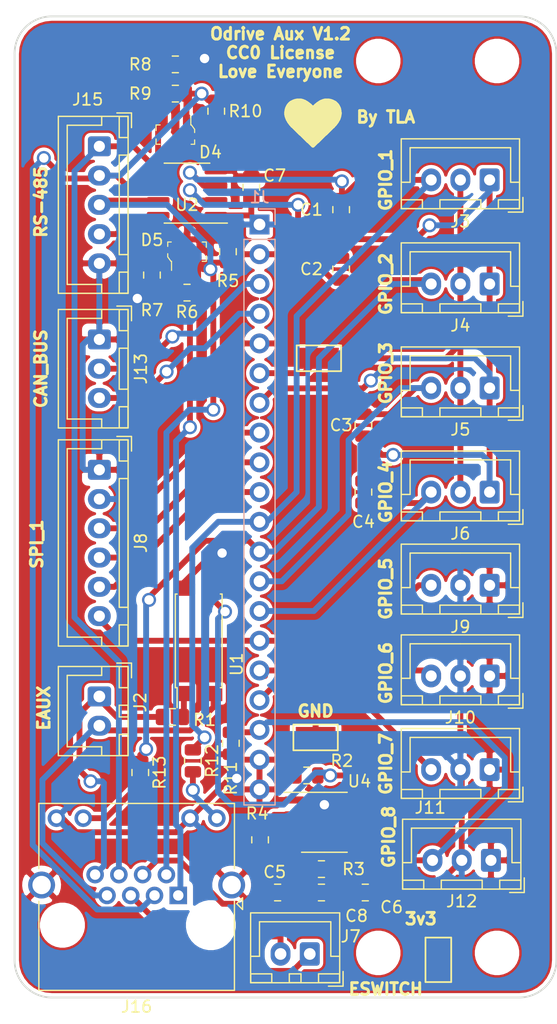
<source format=kicad_pcb>
(kicad_pcb (version 20171130) (host pcbnew 5.1.6-c6e7f7d~86~ubuntu18.04.1)
  (layers (0 F.Cu signal) (31 B.Cu signal) (34 B.Paste user) (35 F.Paste user) (36 B.SilkS user hide) (37 F.SilkS user) (38 B.Mask user hide) (39 F.Mask user hide) (44 Edge.Cuts user))
  (net 0 "")
  (net 1 GND)
  (net 2 3v3)
  (net 3 GPIO_1)
  (net 4 GPIO_2)
  (net 5 GPIO_3)
  (net 6 GPIO_4)
  (net 7 CAN_H)
  (net 8 CAN_L)
  (net 9 AVCC)
  (net 10 AGND)
  (net 11 SPI_SCK)
  (net 12 SPI_MISO)
  (net 13 SPI_MOSI)
  (net 14 GPIO_5)
  (net 15 GPIO_6)
  (net 16 GPIO_7)
  (net 17 GPIO_8)
  (net 18 "Net-(C5-Pad1)")
  (net 19 "Net-(D4-Pad2)")
  (net 20 "Net-(D4-Pad1)")
  (net 21 "Net-(D5-Pad1)")
  (net 22 "Net-(D5-Pad2)")
  (net 23 "Net-(R1-Pad2)")
  (net 24 "Net-(C6-Pad1)")
  (net 25 WDI)
  (net 26 "Net-(R3-Pad1)")
  (net 27 E1)
  (net 28 E2)
  (net 29 E_SWITCH1)
  (net 30 E_SWITCH2)
  (net 31 "Net-(J16-Pad9)")
  (net 32 "Net-(J16-Pad11)")
  (module Resistor_SMD:R_0805_2012Metric (layer F.Cu) (at 145 161.75)
    (fp_text reference R3 (at 2.75 0) (layer F.SilkS))
    (fp_text value 1M)
    (pad 1 smd roundrect (at -0.9375 0) (size 0.975 1.4) (layers F.Cu F.Paste F.Mask) (net 26 "Net-(R3-Pad1)"))
    (pad 2 smd roundrect (at 0.9375 0) (size 0.975 1.4) (layers F.Cu F.Paste F.Mask) (net 2 3v3))
  )
  (module Resistor_SMD:R_0805_2012Metric (layer F.Cu) (at 143.75 153.75 180)
    (fp_text reference R2 (at -3 1.25) (layer F.SilkS))
    (fp_text value 10k)
    (pad 1 smd roundrect (at -0.9375 0 180) (size 0.975 1.4) (layers F.Cu F.Paste F.Mask) (net 25 WDI))
    (pad 2 smd roundrect (at 0.9375 0 180) (size 0.975 1.4) (layers F.Cu F.Paste F.Mask) (net 1 GND))
  )
  (module Resistor_SMD:R_0805_2012Metric (layer F.Cu) (at 137.25 151 270)
    (fp_text reference R11 (at 3 0 90) (layer F.SilkS))
    (fp_text value 10k)
    (pad 1 smd roundrect (at -0.9375 0 270) (size 0.975 1.4) (layers F.Cu F.Paste F.Mask) (net 17 GPIO_8))
    (pad 2 smd roundrect (at 0.9375 0 270) (size 0.975 1.4) (layers F.Cu F.Paste F.Mask) (net 1 GND))
  )
  (module Resistor_SMD:R_0805_2012Metric (layer F.Cu) (at 132.25 148.75)
    (fp_text reference R1 (at 2.75 0.25) (layer F.SilkS))
    (fp_text value 220R)
    (pad 1 smd roundrect (at -0.9375 0) (size 0.975 1.4) (layers F.Cu F.Paste F.Mask) (net 27 E1))
    (pad 2 smd roundrect (at 0.9375 0) (size 0.975 1.4) (layers F.Cu F.Paste F.Mask) (net 23 "Net-(R1-Pad2)"))
  )
  (module Package_SO:SO-8_3.9x4.9mm_P1.27mm (layer F.Cu) (at 145.25 157.75)
    (fp_text reference U4 (at 3 -3.5) (layer F.SilkS))
    (fp_text value UCC2946D)
    (pad 1 smd roundrect (at -2.575 -1.905) (size 1.75 0.6) (layers F.Cu F.Paste F.Mask) (net 1 GND))
    (pad 2 smd roundrect (at -2.575 -0.635) (size 1.75 0.6) (layers F.Cu F.Paste F.Mask) (net 26 "Net-(R3-Pad1)"))
    (pad 3 smd roundrect (at -2.575 0.635) (size 1.75 0.6) (layers F.Cu F.Paste F.Mask))
    (pad 4 smd roundrect (at -2.575 1.905) (size 1.75 0.6) (layers F.Cu F.Paste F.Mask) (net 18 "Net-(C5-Pad1)"))
    (pad 5 smd roundrect (at 2.575 1.905) (size 1.75 0.6) (layers F.Cu F.Paste F.Mask) (net 17 GPIO_8))
    (pad 6 smd roundrect (at 2.575 0.635) (size 1.75 0.6) (layers F.Cu F.Paste F.Mask) (net 24 "Net-(C6-Pad1)"))
    (pad 7 smd roundrect (at 2.575 -0.635) (size 1.75 0.6) (layers F.Cu F.Paste F.Mask) (net 25 WDI))
    (pad 8 smd roundrect (at 2.575 -1.905) (size 1.75 0.6) (layers F.Cu F.Paste F.Mask) (net 2 3v3))
  )
  (module TestPoint:TestPoint_Keystone_5015_Micro-Minature (layer F.Cu) (at 144.5 150.5)
    (fp_text reference TP4 hide)
    (fp_text value TestPoint hide)
    (pad 1 smd rect (at 0 0) (size 3.4 1.8) (layers F.Cu F.Paste F.Mask) (net 1 GND))
  )
  (module Capacitor_SMD:C_0805_2012Metric (layer F.Cu) (at 148.75 163.75 180)
    (fp_text reference C6 (at -2.25 -1.25) (layer F.SilkS))
    (fp_text value "4000pF NP0")
    (pad 1 smd roundrect (at -0.9375 0 180) (size 0.975 1.4) (layers F.Cu F.Paste F.Mask) (net 24 "Net-(C6-Pad1)"))
    (pad 2 smd roundrect (at 0.9375 0 180) (size 0.975 1.4) (layers F.Cu F.Paste F.Mask) (net 1 GND))
  )
  (module Capacitor_SMD:C_0805_2012Metric (layer F.Cu) (at 141.25 163.75)
    (fp_text reference C5 (at -0.25 -1.75) (layer F.SilkS))
    (fp_text value "4000pF NP0")
    (pad 1 smd roundrect (at -0.9375 0) (size 0.975 1.4) (layers F.Cu F.Paste F.Mask) (net 18 "Net-(C5-Pad1)"))
    (pad 2 smd roundrect (at 0.9375 0) (size 0.975 1.4) (layers F.Cu F.Paste F.Mask) (net 1 GND))
  )
  (module Capacitor_SMD:C_0805_2012Metric (layer F.Cu) (at 145 163.75 180)
    (fp_text reference C8 (at -3 -2) (layer F.SilkS))
    (fp_text value 0.1uF)
    (pad 2 smd roundrect (at 0.9375 0 180) (size 0.975 1.4) (layers F.Cu F.Paste F.Mask) (net 1 GND))
    (pad 1 smd roundrect (at -0.9375 0 180) (size 0.975 1.4) (layers F.Cu F.Paste F.Mask) (net 2 3v3))
  )
  (module Connector_JST:JST_XH_B2B-XH-A_1x02_P2.50mm_Vertical (layer F.Cu) (at 144 169 180)
    (fp_text reference J7 (at -3.5 1.5) (layer F.SilkS))
    (fp_text value Conn_01x02)
    (pad 1 thru_hole roundrect (at 0 0 180) (size 1.7 2) (drill 1) (layers *.Cu *.Mask) (roundrect_rratio 0.147059) (net 29 E_SWITCH1))
    (pad 2 thru_hole oval (at 2.5 0 180) (size 1.7 2) (drill 1) (layers *.Cu *.Mask) (net 30 E_SWITCH2))
  )
  (module Resistor_SMD:R_0805_2012Metric (layer F.Cu) (at 139.75 159.25 90)
    (fp_text reference R4 (at 2.25 -0.25 180) (layer F.SilkS))
    (fp_text value 1M)
    (pad 2 smd roundrect (at 0.9375 0 90) (size 0.975 1.4) (layers F.Cu F.Paste F.Mask) (net 26 "Net-(R3-Pad1)"))
    (pad 1 smd roundrect (at -0.9375 0 90) (size 0.975 1.4) (layers F.Cu F.Paste F.Mask) (net 1 GND))
  )
  (module Package_SO:SO-4_7.6x3.6mm_P2.54mm (layer F.Cu) (at 134.5 142.25 90)
    (fp_text reference U1 (at -2 3.25 90) (layer F.SilkS))
    (fp_text value EL814)
    (pad 1 smd rect (at -4.5 -1.27 90) (size 1.3 1.5) (layers F.Cu F.Paste F.Mask) (net 23 "Net-(R1-Pad2)"))
    (pad 2 smd rect (at -4.5 1.27 90) (size 1.3 1.5) (layers F.Cu F.Paste F.Mask) (net 28 E2))
    (pad 3 smd rect (at 4.5 1.27 90) (size 1.3 1.5) (layers F.Cu F.Paste F.Mask) (net 25 WDI))
    (pad 4 smd rect (at 4.5 -1.27 90) (size 1.3 1.5) (layers F.Cu F.Paste F.Mask) (net 2 3v3))
  )
  (module MountingHole:MountingHole_3.2mm_M3 (layer F.Cu) (at 149.86 92.71)
    (fp_text reference H1 hide)
    (fp_text value MountingHole)
    (pad 1 np_thru_hole circle (at 0 0) (size 3.2 3.2) (drill 3.2) (layers *.Cu *.Mask))
  )
  (module MountingHole:MountingHole_3.2mm_M3 (layer F.Cu) (at 149.86 168.91)
    (fp_text reference H2 hide)
    (fp_text value MountingHole)
    (pad 1 np_thru_hole circle (at 0 0) (size 3.2 3.2) (drill 3.2) (layers *.Cu *.Mask))
  )
  (module MountingHole:MountingHole_3.2mm_M3 (layer F.Cu) (at 160.02 92.71)
    (fp_text reference H3 hide)
    (fp_text value MountingHole)
    (pad 1 np_thru_hole circle (at 0 0) (size 3.2 3.2) (drill 3.2) (layers *.Cu *.Mask))
  )
  (module MountingHole:MountingHole_3.2mm_M3 (layer F.Cu) (at 160.02 168.91)
    (fp_text reference H4 hide)
    (fp_text value MountingHole)
    (pad 1 np_thru_hole circle (at 0 0) (size 3.2 3.2) (drill 3.2) (layers *.Cu *.Mask))
  )
  (module Capacitor_SMD:C_0805_2012Metric (layer F.Cu) (at 146.685 105.41 270)
    (fp_text reference C1 (at 0 2.54 180) (layer F.SilkS))
    (fp_text value C)
    (pad 1 smd roundrect (at -0.9375 0 270) (size 0.975 1.4) (layers F.Cu F.Paste F.Mask) (net 3 GPIO_1))
    (pad 2 smd roundrect (at 0.9375 0 270) (size 0.975 1.4) (layers F.Cu F.Paste F.Mask) (net 10 AGND))
  )
  (module Capacitor_SMD:C_0805_2012Metric (layer F.Cu) (at 146.685 110.49 90)
    (fp_text reference C2 (at 0 -2.54 180) (layer F.SilkS))
    (fp_text value C)
    (pad 2 smd roundrect (at 0.9375 0 90) (size 0.975 1.4) (layers F.Cu F.Paste F.Mask) (net 10 AGND))
    (pad 1 smd roundrect (at -0.9375 0 90) (size 0.975 1.4) (layers F.Cu F.Paste F.Mask) (net 4 GPIO_2))
  )
  (module Capacitor_SMD:C_0805_2012Metric (layer F.Cu) (at 148.59 123.825 270)
    (fp_text reference C3 (at 0 1.905 180) (layer F.SilkS))
    (fp_text value C)
    (pad 2 smd roundrect (at 0.9375 0 270) (size 0.975 1.4) (layers F.Cu F.Paste F.Mask) (net 10 AGND))
    (pad 1 smd roundrect (at -0.9375 0 270) (size 0.975 1.4) (layers F.Cu F.Paste F.Mask) (net 5 GPIO_3))
  )
  (module Capacitor_SMD:C_0805_2012Metric (layer F.Cu) (at 148.59 129.54 90)
    (fp_text reference C4 (at -2.54 0 180) (layer F.SilkS))
    (fp_text value C)
    (pad 1 smd roundrect (at -0.9375 0 90) (size 0.975 1.4) (layers F.Cu F.Paste F.Mask) (net 6 GPIO_4))
    (pad 2 smd roundrect (at 0.9375 0 90) (size 0.975 1.4) (layers F.Cu F.Paste F.Mask) (net 10 AGND))
  )
  (module TestPoint:TestPoint_Keystone_5015_Micro-Minature (layer F.Cu) (at 155 169.5 90)
    (fp_text reference TP1 hide)
    (fp_text value TestPoint hide)
    (pad 1 smd rect (at 0 0 90) (size 3.4 1.8) (layers F.Cu F.Paste F.Mask) (net 2 3v3))
  )
  (module TestPoint:TestPoint_Keystone_5015_Micro-Minature (layer F.Cu) (at 144.78 118.11)
    (fp_text reference TP5 hide)
    (fp_text value TestPoint hide)
    (pad 1 smd rect (at 0 0) (size 3.4 1.8) (layers F.Cu F.Paste F.Mask) (net 9 AVCC))
  )
  (module Connector_PinHeader_2.54mm:PinHeader_1x20_P2.54mm_Vertical (layer B.Cu) (at 139.7 106.68 180)
    (fp_text reference J1 (at 0 2.33) (layer B.SilkS) (effects (justify mirror)))
    (fp_text value Conn_01x20_Male hide)
    (pad 1 thru_hole rect (at 0 0 180) (size 1.7 1.7) (drill 1) (layers *.Cu *.Mask) (net 2 3v3))
    (pad 2 thru_hole oval (at 0 -2.54 180) (size 1.7 1.7) (drill 1) (layers *.Cu *.Mask) (net 1 GND))
    (pad 3 thru_hole oval (at 0 -5.08 180) (size 1.7 1.7) (drill 1) (layers *.Cu *.Mask) (net 7 CAN_H))
    (pad 4 thru_hole oval (at 0 -7.62 180) (size 1.7 1.7) (drill 1) (layers *.Cu *.Mask) (net 8 CAN_L))
    (pad 5 thru_hole oval (at 0 -10.16 180) (size 1.7 1.7) (drill 1) (layers *.Cu *.Mask) (net 1 GND))
    (pad 6 thru_hole oval (at 0 -12.7 180) (size 1.7 1.7) (drill 1) (layers *.Cu *.Mask) (net 9 AVCC))
    (pad 7 thru_hole oval (at 0 -15.24 180) (size 1.7 1.7) (drill 1) (layers *.Cu *.Mask) (net 10 AGND))
    (pad 8 thru_hole oval (at 0 -17.78 180) (size 1.7 1.7) (drill 1) (layers *.Cu *.Mask) (net 11 SPI_SCK))
    (pad 9 thru_hole oval (at 0 -20.32 180) (size 1.7 1.7) (drill 1) (layers *.Cu *.Mask) (net 12 SPI_MISO))
    (pad 10 thru_hole oval (at 0 -22.86 180) (size 1.7 1.7) (drill 1) (layers *.Cu *.Mask) (net 13 SPI_MOSI))
    (pad 11 thru_hole oval (at 0 -25.4 180) (size 1.7 1.7) (drill 1) (layers *.Cu *.Mask) (net 3 GPIO_1))
    (pad 12 thru_hole oval (at 0 -27.94 180) (size 1.7 1.7) (drill 1) (layers *.Cu *.Mask) (net 4 GPIO_2))
    (pad 13 thru_hole oval (at 0 -30.48 180) (size 1.7 1.7) (drill 1) (layers *.Cu *.Mask) (net 5 GPIO_3))
    (pad 14 thru_hole oval (at 0 -33.02 180) (size 1.7 1.7) (drill 1) (layers *.Cu *.Mask) (net 6 GPIO_4))
    (pad 15 thru_hole oval (at 0 -35.56 180) (size 1.7 1.7) (drill 1) (layers *.Cu *.Mask) (net 14 GPIO_5))
    (pad 16 thru_hole oval (at 0 -38.1 180) (size 1.7 1.7) (drill 1) (layers *.Cu *.Mask) (net 15 GPIO_6))
    (pad 17 thru_hole oval (at 0 -40.64 180) (size 1.7 1.7) (drill 1) (layers *.Cu *.Mask) (net 16 GPIO_7))
    (pad 18 thru_hole oval (at 0 -43.18 180) (size 1.7 1.7) (drill 1) (layers *.Cu *.Mask) (net 17 GPIO_8))
    (pad 19 thru_hole oval (at 0 -45.72 180) (size 1.7 1.7) (drill 1) (layers *.Cu *.Mask) (net 1 GND))
    (pad 20 thru_hole oval (at 0 -48.26 180) (size 1.7 1.7) (drill 1) (layers *.Cu *.Mask) (net 1 GND))
  )
  (module Connector_JST:JST_XH_B3B-XH-A_1x03_P2.50mm_Vertical (layer F.Cu) (at 159.385 102.87 180)
    (fp_text reference J3 (at 2.5 -3.55) (layer F.SilkS))
    (fp_text value Conn_01x03)
    (pad 1 thru_hole roundrect (at 0 0 180) (size 1.7 1.95) (drill 0.95) (layers *.Cu *.Mask) (roundrect_rratio 0.147059) (net 10 AGND))
    (pad 2 thru_hole oval (at 2.5 0 180) (size 1.7 1.95) (drill 0.95) (layers *.Cu *.Mask) (net 9 AVCC))
    (pad 3 thru_hole oval (at 5 0 180) (size 1.7 1.95) (drill 0.95) (layers *.Cu *.Mask) (net 3 GPIO_1))
  )
  (module Connector_JST:JST_XH_B3B-XH-A_1x03_P2.50mm_Vertical (layer F.Cu) (at 159.385 111.76 180)
    (fp_text reference J4 (at 2.5 -3.55) (layer F.SilkS))
    (fp_text value Conn_01x03)
    (pad 3 thru_hole oval (at 5 0 180) (size 1.7 1.95) (drill 0.95) (layers *.Cu *.Mask) (net 4 GPIO_2))
    (pad 2 thru_hole oval (at 2.5 0 180) (size 1.7 1.95) (drill 0.95) (layers *.Cu *.Mask) (net 9 AVCC))
    (pad 1 thru_hole roundrect (at 0 0 180) (size 1.7 1.95) (drill 0.95) (layers *.Cu *.Mask) (roundrect_rratio 0.147059) (net 10 AGND))
  )
  (module Connector_JST:JST_XH_B3B-XH-A_1x03_P2.50mm_Vertical (layer F.Cu) (at 159.385 120.65 180)
    (fp_text reference J5 (at 2.5 -3.55) (layer F.SilkS))
    (fp_text value Conn_01x03)
    (pad 1 thru_hole roundrect (at 0 0 180) (size 1.7 1.95) (drill 0.95) (layers *.Cu *.Mask) (roundrect_rratio 0.147059) (net 10 AGND))
    (pad 2 thru_hole oval (at 2.5 0 180) (size 1.7 1.95) (drill 0.95) (layers *.Cu *.Mask) (net 9 AVCC))
    (pad 3 thru_hole oval (at 5 0 180) (size 1.7 1.95) (drill 0.95) (layers *.Cu *.Mask) (net 5 GPIO_3))
  )
  (module Connector_JST:JST_XH_B3B-XH-A_1x03_P2.50mm_Vertical (layer F.Cu) (at 159.385 129.54 180)
    (fp_text reference J6 (at 2.5 -3.55) (layer F.SilkS))
    (fp_text value Conn_01x03)
    (pad 3 thru_hole oval (at 5 0 180) (size 1.7 1.95) (drill 0.95) (layers *.Cu *.Mask) (net 6 GPIO_4))
    (pad 2 thru_hole oval (at 2.5 0 180) (size 1.7 1.95) (drill 0.95) (layers *.Cu *.Mask) (net 9 AVCC))
    (pad 1 thru_hole roundrect (at 0 0 180) (size 1.7 1.95) (drill 0.95) (layers *.Cu *.Mask) (roundrect_rratio 0.147059) (net 10 AGND))
  )
  (module Connector_JST:JST_XH_B6B-XH-A_1x06_P2.50mm_Vertical (layer F.Cu) (at 126 127.635 270)
    (fp_text reference J8 (at 6.25 -3.55 90) (layer F.SilkS))
    (fp_text value Conn_01x06)
    (pad 6 thru_hole oval (at 12.5 0 270) (size 1.7 1.95) (drill 0.95) (layers *.Cu *.Mask) (net 14 GPIO_5))
    (pad 5 thru_hole oval (at 10 0 270) (size 1.7 1.95) (drill 0.95) (layers *.Cu *.Mask) (net 13 SPI_MOSI))
    (pad 4 thru_hole oval (at 7.5 0 270) (size 1.7 1.95) (drill 0.95) (layers *.Cu *.Mask) (net 12 SPI_MISO))
    (pad 3 thru_hole oval (at 5 0 270) (size 1.7 1.95) (drill 0.95) (layers *.Cu *.Mask) (net 11 SPI_SCK))
    (pad 2 thru_hole oval (at 2.5 0 270) (size 1.7 1.95) (drill 0.95) (layers *.Cu *.Mask) (net 2 3v3))
    (pad 1 thru_hole roundrect (at 0 0 270) (size 1.7 1.95) (drill 0.95) (layers *.Cu *.Mask) (roundrect_rratio 0.147059) (net 1 GND))
  )
  (module Connector_JST:JST_XH_B3B-XH-A_1x03_P2.50mm_Vertical (layer F.Cu) (at 159.385 137.5 180)
    (fp_text reference J9 (at 2.5 -3.55) (layer F.SilkS))
    (fp_text value Conn_01x03)
    (pad 1 thru_hole roundrect (at 0 0 180) (size 1.7 1.95) (drill 0.95) (layers *.Cu *.Mask) (roundrect_rratio 0.147059) (net 1 GND))
    (pad 2 thru_hole oval (at 2.5 0 180) (size 1.7 1.95) (drill 0.95) (layers *.Cu *.Mask) (net 2 3v3))
    (pad 3 thru_hole oval (at 5 0 180) (size 1.7 1.95) (drill 0.95) (layers *.Cu *.Mask) (net 14 GPIO_5))
  )
  (module Connector_JST:JST_XH_B3B-XH-A_1x03_P2.50mm_Vertical (layer F.Cu) (at 159.385 145.25 180)
    (fp_text reference J10 (at 2.5 -3.55) (layer F.SilkS))
    (fp_text value Conn_01x03)
    (pad 3 thru_hole oval (at 5 0 180) (size 1.7 1.95) (drill 0.95) (layers *.Cu *.Mask) (net 15 GPIO_6))
    (pad 2 thru_hole oval (at 2.5 0 180) (size 1.7 1.95) (drill 0.95) (layers *.Cu *.Mask) (net 2 3v3))
    (pad 1 thru_hole roundrect (at 0 0 180) (size 1.7 1.95) (drill 0.95) (layers *.Cu *.Mask) (roundrect_rratio 0.147059) (net 1 GND))
  )
  (module Connector_JST:JST_XH_B3B-XH-A_1x03_P2.50mm_Vertical (layer F.Cu) (at 159.385 153.25 180)
    (fp_text reference J11 (at 5.08 -3.25) (layer F.SilkS))
    (fp_text value Conn_01x03)
    (pad 1 thru_hole roundrect (at 0 0 180) (size 1.7 1.95) (drill 0.95) (layers *.Cu *.Mask) (roundrect_rratio 0.147059) (net 1 GND))
    (pad 2 thru_hole oval (at 2.5 0 180) (size 1.7 1.95) (drill 0.95) (layers *.Cu *.Mask) (net 2 3v3))
    (pad 3 thru_hole oval (at 5 0 180) (size 1.7 1.95) (drill 0.95) (layers *.Cu *.Mask) (net 16 GPIO_7))
  )
  (module Connector_JST:JST_XH_B3B-XH-A_1x03_P2.50mm_Vertical (layer F.Cu) (at 159.5 161 180)
    (fp_text reference J12 (at 2.5 -3.5) (layer F.SilkS))
    (fp_text value Conn_01x03 hide)
    (pad 1 thru_hole roundrect (at 0 0 180) (size 1.7 1.95) (drill 0.95) (layers *.Cu *.Mask) (roundrect_rratio 0.147059) (net 1 GND))
    (pad 2 thru_hole oval (at 2.5 0 180) (size 1.7 1.95) (drill 0.95) (layers *.Cu *.Mask) (net 2 3v3))
    (pad 3 thru_hole oval (at 5 0 180) (size 1.7 1.95) (drill 0.95) (layers *.Cu *.Mask) (net 17 GPIO_8))
  )
  (module Connector_JST:JST_XH_B2B-XH-A_1x02_P2.50mm_Vertical (layer F.Cu) (at 126 147 270)
    (fp_text reference J2 (at 0.5 -3.5 90) (layer F.SilkS))
    (fp_text value Conn_01x02 hide)
    (pad 1 thru_hole roundrect (at 0 0 270) (size 1.7 2) (drill 1) (layers *.Cu *.Mask) (roundrect_rratio 0.147059) (net 27 E1))
    (pad 2 thru_hole oval (at 2.5 0 270) (size 1.7 2) (drill 1) (layers *.Cu *.Mask) (net 28 E2))
  )
  (module Connector_JST:JST_XH_B3B-XH-A_1x03_P2.50mm_Vertical (layer F.Cu) (at 126 116.5 270)
    (fp_text reference J13 (at 2.5 -3.55 90) (layer F.SilkS))
    (fp_text value Conn_01x03)
    (pad 3 thru_hole oval (at 5 0 270) (size 1.7 1.95) (drill 0.95) (layers *.Cu *.Mask) (net 8 CAN_L))
    (pad 2 thru_hole oval (at 2.5 0 270) (size 1.7 1.95) (drill 0.95) (layers *.Cu *.Mask) (net 7 CAN_H))
    (pad 1 thru_hole roundrect (at 0 0 270) (size 1.7 1.95) (drill 0.95) (layers *.Cu *.Mask) (roundrect_rratio 0.147059) (net 1 GND))
  )
  (module Capacitor_SMD:C_0805_2012Metric (layer F.Cu) (at 139 103.5 90)
    (fp_text reference C7 (at 1 2 180) (layer F.SilkS))
    (fp_text value 0.1uF)
    (pad 1 smd roundrect (at -0.9375 0 90) (size 0.975 1.4) (layers F.Cu F.Paste F.Mask) (net 2 3v3))
    (pad 2 smd roundrect (at 0.9375 0 90) (size 0.975 1.4) (layers F.Cu F.Paste F.Mask) (net 1 GND))
  )
  (module digikey-footprints:SOT-23-3 (layer F.Cu) (at 132.5 99 270)
    (fp_text reference D4 (at 1.5 -3 180) (layer F.SilkS))
    (fp_text value CDSOT23-SM712)
    (pad 3 smd rect (at 1.05 0 270) (size 1.3 0.6) (layers F.Cu F.Paste F.Mask) (net 1 GND))
    (pad 2 smd rect (at -1.05 0.95 270) (size 1.3 0.6) (layers F.Cu F.Paste F.Mask) (net 19 "Net-(D4-Pad2)"))
    (pad 1 smd rect (at -1.05 -0.95 270) (size 1.3 0.6) (layers F.Cu F.Paste F.Mask) (net 20 "Net-(D4-Pad1)"))
  )
  (module digikey-footprints:SOT-23-3 (layer F.Cu) (at 133.5 109 90)
    (fp_text reference D5 (at 1 -3 180) (layer F.SilkS))
    (fp_text value CDSOT23-SM712)
    (pad 1 smd rect (at -1.05 -0.95 90) (size 1.3 0.6) (layers F.Cu F.Paste F.Mask) (net 21 "Net-(D5-Pad1)"))
    (pad 2 smd rect (at -1.05 0.95 90) (size 1.3 0.6) (layers F.Cu F.Paste F.Mask) (net 22 "Net-(D5-Pad2)"))
    (pad 3 smd rect (at 1.05 0 90) (size 1.3 0.6) (layers F.Cu F.Paste F.Mask) (net 1 GND))
  )
  (module Resistor_SMD:R_0805_2012Metric (layer F.Cu) (at 137 109 270)
    (fp_text reference R5 (at 2.5 0 180) (layer F.SilkS))
    (fp_text value 750R)
    (pad 1 smd roundrect (at -0.9375 0 270) (size 0.975 1.4) (layers F.Cu F.Paste F.Mask) (net 1 GND))
    (pad 2 smd roundrect (at 0.9375 0 270) (size 0.975 1.4) (layers F.Cu F.Paste F.Mask) (net 22 "Net-(D5-Pad2)"))
  )
  (module Resistor_SMD:R_0805_2012Metric (layer F.Cu) (at 133.5 112.5 180)
    (fp_text reference R6 (at 0 -1.65) (layer F.SilkS))
    (fp_text value 130R)
    (pad 2 smd roundrect (at 0.9375 0 180) (size 0.975 1.4) (layers F.Cu F.Paste F.Mask) (net 21 "Net-(D5-Pad1)"))
    (pad 1 smd roundrect (at -0.9375 0 180) (size 0.975 1.4) (layers F.Cu F.Paste F.Mask) (net 22 "Net-(D5-Pad2)"))
  )
  (module Resistor_SMD:R_0805_2012Metric (layer F.Cu) (at 130.5 111 270)
    (fp_text reference R7 (at 3 0 180) (layer F.SilkS))
    (fp_text value 750R)
    (pad 1 smd roundrect (at -0.9375 0 270) (size 0.975 1.4) (layers F.Cu F.Paste F.Mask) (net 21 "Net-(D5-Pad1)"))
    (pad 2 smd roundrect (at 0.9375 0 270) (size 0.975 1.4) (layers F.Cu F.Paste F.Mask) (net 2 3v3))
  )
  (module Resistor_SMD:R_0805_2012Metric (layer F.Cu) (at 132.5 93 180)
    (fp_text reference R8 (at 3 0) (layer F.SilkS))
    (fp_text value 750R)
    (pad 1 smd roundrect (at -0.9375 0 180) (size 0.975 1.4) (layers F.Cu F.Paste F.Mask) (net 2 3v3))
    (pad 2 smd roundrect (at 0.9375 0 180) (size 0.975 1.4) (layers F.Cu F.Paste F.Mask) (net 19 "Net-(D4-Pad2)"))
  )
  (module Resistor_SMD:R_0805_2012Metric (layer F.Cu) (at 132.5 95.5)
    (fp_text reference R9 (at -3 0) (layer F.SilkS))
    (fp_text value 130R)
    (pad 2 smd roundrect (at 0.9375 0) (size 0.975 1.4) (layers F.Cu F.Paste F.Mask) (net 20 "Net-(D4-Pad1)"))
    (pad 1 smd roundrect (at -0.9375 0) (size 0.975 1.4) (layers F.Cu F.Paste F.Mask) (net 19 "Net-(D4-Pad2)"))
  )
  (module Resistor_SMD:R_0805_2012Metric (layer F.Cu) (at 136 97 90)
    (fp_text reference R10 (at 0 2.5 180) (layer F.SilkS))
    (fp_text value 750R)
    (pad 2 smd roundrect (at 0.9375 0 90) (size 0.975 1.4) (layers F.Cu F.Paste F.Mask) (net 20 "Net-(D4-Pad1)"))
    (pad 1 smd roundrect (at -0.9375 0 90) (size 0.975 1.4) (layers F.Cu F.Paste F.Mask) (net 1 GND))
  )
  (module Package_SO:SOIC-8_3.9x4.9mm_P1.27mm (layer F.Cu) (at 133.5 104 180)
    (fp_text reference U2 (at 0 -1) (layer F.SilkS))
    (fp_text value THVD1451D)
    (pad 1 smd roundrect (at -2.475 -1.905 180) (size 1.95 0.6) (layers F.Cu F.Paste F.Mask) (net 2 3v3))
    (pad 2 smd roundrect (at -2.475 -0.635 180) (size 1.95 0.6) (layers F.Cu F.Paste F.Mask) (net 4 GPIO_2))
    (pad 3 smd roundrect (at -2.475 0.635 180) (size 1.95 0.6) (layers F.Cu F.Paste F.Mask) (net 3 GPIO_1))
    (pad 4 smd roundrect (at -2.475 1.905 180) (size 1.95 0.6) (layers F.Cu F.Paste F.Mask) (net 1 GND))
    (pad 5 smd roundrect (at 2.475 1.905 180) (size 1.95 0.6) (layers F.Cu F.Paste F.Mask) (net 19 "Net-(D4-Pad2)"))
    (pad 6 smd roundrect (at 2.475 0.635 180) (size 1.95 0.6) (layers F.Cu F.Paste F.Mask) (net 20 "Net-(D4-Pad1)"))
    (pad 7 smd roundrect (at 2.475 -0.635 180) (size 1.95 0.6) (layers F.Cu F.Paste F.Mask) (net 22 "Net-(D5-Pad2)"))
    (pad 8 smd roundrect (at 2.475 -1.905 180) (size 1.95 0.6) (layers F.Cu F.Paste F.Mask) (net 21 "Net-(D5-Pad1)"))
  )
  (module Connector_JST:JST_XH_B5B-XH-A_1x05_P2.50mm_Vertical (layer F.Cu) (at 126 100 270)
    (fp_text reference J15 (at -4 1 180) (layer F.SilkS))
    (fp_text value Conn_01x05)
    (pad 1 thru_hole roundrect (at 0 0 270) (size 1.7 1.95) (drill 0.95) (layers *.Cu *.Mask) (roundrect_rratio 0.147059) (net 19 "Net-(D4-Pad2)"))
    (pad 2 thru_hole oval (at 2.5 0 270) (size 1.7 1.95) (drill 0.95) (layers *.Cu *.Mask) (net 20 "Net-(D4-Pad1)"))
    (pad 3 thru_hole oval (at 5 0 270) (size 1.7 1.95) (drill 0.95) (layers *.Cu *.Mask) (net 22 "Net-(D5-Pad2)"))
    (pad 4 thru_hole oval (at 7.5 0 270) (size 1.7 1.95) (drill 0.95) (layers *.Cu *.Mask) (net 21 "Net-(D5-Pad1)"))
    (pad 5 thru_hole oval (at 10 0 270) (size 1.7 1.95) (drill 0.95) (layers *.Cu *.Mask) (net 1 GND))
  )
  (module Connector_RJ:RJ45_Amphenol_RJHSE538X (layer F.Cu) (at 132.75 164 180)
    (fp_text reference J16 (at 3.56 -9.5) (layer F.SilkS))
    (fp_text value RJ45_LED_Shielded)
    (pad 1 thru_hole rect (at 0 0 180) (size 1.5 1.5) (drill 0.89) (layers *.Cu *.Mask) (net 21 "Net-(D5-Pad1)"))
    (pad 3 thru_hole circle (at 2.032 0 180) (size 1.5 1.5) (drill 0.89) (layers *.Cu *.Mask) (net 20 "Net-(D4-Pad1)"))
    (pad 5 thru_hole circle (at 4.064 0 180) (size 1.5 1.5) (drill 0.89) (layers *.Cu *.Mask) (net 29 E_SWITCH1))
    (pad 7 thru_hole circle (at 6.096 0 180) (size 1.5 1.5) (drill 0.89) (layers *.Cu *.Mask) (net 28 E2))
    (pad 2 thru_hole circle (at 1.016 1.78 180) (size 1.5 1.5) (drill 0.89) (layers *.Cu *.Mask) (net 22 "Net-(D5-Pad2)"))
    (pad 4 thru_hole circle (at 3.048 1.78 180) (size 1.5 1.5) (drill 0.89) (layers *.Cu *.Mask) (net 30 E_SWITCH2))
    (pad 6 thru_hole circle (at 5.08 1.78 180) (size 1.5 1.5) (drill 0.89) (layers *.Cu *.Mask) (net 19 "Net-(D4-Pad2)"))
    (pad 8 thru_hole circle (at 7.112 1.78 180) (size 1.5 1.5) (drill 0.89) (layers *.Cu *.Mask) (net 27 E1))
    (pad "" np_thru_hole circle (at -2.79 -2.54 180) (size 3.25 3.25) (drill 3.25) (layers *.Cu *.Mask))
    (pad "" np_thru_hole circle (at 9.91 -2.54 180) (size 3.25 3.25) (drill 3.25) (layers *.Cu *.Mask))
    (pad SH thru_hole circle (at 11.69 0.89 180) (size 2.3 2.3) (drill 1.57) (layers *.Cu *.Mask) (net 1 GND))
    (pad SH thru_hole circle (at -4.57 0.89 180) (size 2.3 2.3) (drill 1.57) (layers *.Cu *.Mask) (net 1 GND))
    (pad 9 thru_hole circle (at -3.3 6.6 180) (size 1.5 1.5) (drill 0.89) (layers *.Cu *.Mask) (net 31 "Net-(J16-Pad9)"))
    (pad 10 thru_hole circle (at -1.01 6.6 180) (size 1.5 1.5) (drill 0.89) (layers *.Cu *.Mask) (net 2 3v3))
    (pad 11 thru_hole circle (at 8.13 6.6 180) (size 1.5 1.5) (drill 0.89) (layers *.Cu *.Mask) (net 32 "Net-(J16-Pad11)"))
    (pad 12 thru_hole circle (at 10.42 6.6 180) (size 1.5 1.5) (drill 0.89) (layers *.Cu *.Mask) (net 2 3v3))
  )
  (module Resistor_SMD:R_0805_2012Metric (layer F.Cu) (at 134 152.5 270)
    (fp_text reference R12 (at 0 -1.65 90) (layer F.SilkS))
    (fp_text value 500R)
    (pad 1 smd roundrect (at -0.9375 0 270) (size 0.975 1.4) (layers F.Cu F.Paste F.Mask) (net 3 GPIO_1))
    (pad 2 smd roundrect (at 0.9375 0 270) (size 0.975 1.4) (layers F.Cu F.Paste F.Mask) (net 31 "Net-(J16-Pad9)"))
  )
  (module Resistor_SMD:R_0805_2012Metric (layer F.Cu) (at 129.5 153.5 270)
    (fp_text reference R13 (at 0 -1.65 90) (layer F.SilkS))
    (fp_text value 500R)
    (pad 2 smd roundrect (at 0.9375 0 270) (size 0.975 1.4) (layers F.Cu F.Paste F.Mask) (net 32 "Net-(J16-Pad11)"))
    (pad 1 smd roundrect (at -0.9375 0 270) (size 0.975 1.4) (layers F.Cu F.Paste F.Mask) (net 4 GPIO_2))
  )
  (gr_text ESWITCH (at 150.5 172) (layer F.SilkS) (effects (font (size 1 1) (thickness 0.25))))
  (gr_text EAUX (at 121.25 148 90) (layer F.SilkS) (effects (font (size 1 1) (thickness 0.25))))
  (gr_text GND (at 144.5 148.25) (layer F.SilkS) (effects (font (size 1 1) (thickness 0.25))))
  (gr_text GPIO_7 (at 150.5 152.75 90) (layer F.SilkS) (effects (font (size 1 1) (thickness 0.25))))
  (gr_text "By TLA" (at 150.5 97.5) (layer F.SilkS) (effects (font (size 1 1) (thickness 0.25))))
  (gr_text "Odrive Aux V1.2\nCC0 License\nLove Everyone" (at 141.5 92) (layer F.SilkS) (effects (font (size 1 1) (thickness 0.25))))
  (gr_line (start 165.1 169.545) (end 165.1 92.075) (layer Edge.Cuts) (width 0.15))
  (gr_line (start 121.92 172.72) (end 161.925 172.72) (layer Edge.Cuts) (width 0.15))
  (gr_line (start 118.745 92.075) (end 118.745 169.545) (layer Edge.Cuts) (width 0.15))
  (gr_line (start 161.925 88.9) (end 121.92 88.9) (layer Edge.Cuts) (width 0.15))
  (gr_arc (start 161.925 169.545) (end 161.925 172.72) (angle -90) (layer Edge.Cuts) (width 0.15))
  (gr_arc (start 121.92 169.545) (end 118.745 169.545) (angle -90) (layer Edge.Cuts) (width 0.15))
  (gr_arc (start 121.92 92.075) (end 121.92 88.9) (angle -90) (layer Edge.Cuts) (width 0.15))
  (gr_arc (start 161.925 92.075) (end 165.1 92.075) (angle -90) (layer Edge.Cuts) (width 0.15))
  (gr_text CAN_BUS (at 121 119 90) (layer F.SilkS) (effects (font (size 1 1) (thickness 0.25))))
  (gr_text RS-485 (at 121 104.75 90) (layer F.SilkS) (effects (font (size 1 1) (thickness 0.25))))
  (gr_text SPI_1 (at 120.65 133.985 90) (layer F.SilkS) (effects (font (size 1 1) (thickness 0.25))))
  (gr_text GPIO_8 (at 150.75 159 90) (layer F.SilkS) (effects (font (size 1 1) (thickness 0.25))))
  (gr_text GPIO_6 (at 150.495 145 90) (layer F.SilkS) (effects (font (size 1 1) (thickness 0.25))))
  (gr_text GPIO_5 (at 150.495 137.795 90) (layer F.SilkS) (effects (font (size 1 1) (thickness 0.25))))
  (gr_text GPIO_4 (at 150.495 129.54 90) (layer F.SilkS) (effects (font (size 1 1) (thickness 0.25))))
  (gr_text GPIO_3 (at 150.495 119.38 90) (layer F.SilkS) (effects (font (size 1 1) (thickness 0.25))))
  (gr_text GPIO_2 (at 150.495 111.76 90) (layer F.SilkS) (effects (font (size 1 1) (thickness 0.25))))
  (gr_text GPIO_1 (at 150.495 102.87 90) (layer F.SilkS) (effects (font (size 1 1) (thickness 0.25))))
  (gr_text 3v3 (at 153.5 166) (layer F.SilkS) (effects (font (size 1 1) (thickness 0.25))))
  (segment (start 136.8875 107.95) (end 137 108.0625) (width 0.5) (layer F.Cu) (net 1))
  (segment (start 126 110) (end 126 116.5) (width 0.5) (layer B.Cu) (net 1))
  (segment (start 124.57499 127.45499) (end 124.755 127.635) (width 0.5) (layer B.Cu) (net 1))
  (segment (start 124.755 127.635) (end 125.73 127.635) (width 0.5) (layer B.Cu) (net 1))
  (segment (start 124.57499 116.95001) (end 124.57499 127.45499) (width 0.5) (layer B.Cu) (net 1))
  (segment (start 125.025 116.5) (end 124.57499 116.95001) (width 0.5) (layer B.Cu) (net 1))
  (segment (start 126 116.5) (end 125.025 116.5) (width 0.5) (layer B.Cu) (net 1))
  (segment (start 137.7125 152.4) (end 137.25 151.9375) (width 0.5) (layer F.Cu) (net 1))
  (segment (start 139.7 152.4) (end 137.7125 152.4) (width 0.5) (layer F.Cu) (net 1))
  (segment (start 139 105.98) (end 139.7 106.68) (width 0.5) (layer F.Cu) (net 2))
  (segment (start 139 104.4375) (end 139 105.98) (width 0.5) (layer F.Cu) (net 2))
  (via (at 129.25 113) (size 1.2) (drill 0.8) (layers F.Cu B.Cu) (net 2))
  (segment (start 129.4375 113) (end 130.5 111.9375) (width 0.5) (layer F.Cu) (net 2))
  (segment (start 129.25 113) (end 129.4375 113) (width 0.5) (layer F.Cu) (net 2))
  (via (at 135 92.5) (size 1.2) (drill 0.8) (layers F.Cu B.Cu) (net 2))
  (segment (start 133.4375 93) (end 134.5 93) (width 0.5) (layer F.Cu) (net 2))
  (segment (start 134.5 93) (end 135 92.5) (width 0.5) (layer F.Cu) (net 2))
  (segment (start 138.925 105.905) (end 139.7 106.68) (width 0.5) (layer F.Cu) (net 2))
  (segment (start 135.975 105.905) (end 138.925 105.905) (width 0.5) (layer F.Cu) (net 2))
  (segment (start 145.9375 163.75) (end 145.9375 161.75) (width 0.5) (layer F.Cu) (net 2))
  (segment (start 147.371456 155.845) (end 147.825 155.845) (width 0.5) (layer F.Cu) (net 2))
  (segment (start 145.451973 157.764483) (end 147.371456 155.845) (width 0.5) (layer F.Cu) (net 2))
  (segment (start 145.451973 161.264473) (end 145.451973 157.764483) (width 0.5) (layer F.Cu) (net 2))
  (segment (start 145.9375 161.75) (end 145.451973 161.264473) (width 0.5) (layer F.Cu) (net 2))
  (segment (start 155.45999 151.82499) (end 149.67501 151.82499) (width 0.5) (layer B.Cu) (net 2))
  (segment (start 156.885 153.25) (end 155.45999 151.82499) (width 0.5) (layer B.Cu) (net 2))
  (via (at 145.25 156.25) (size 1.2) (drill 0.8) (layers F.Cu B.Cu) (net 2))
  (segment (start 149.67501 151.82499) (end 145.25 156.25) (width 0.5) (layer B.Cu) (net 2))
  (segment (start 145.25 156.25) (end 146.25 156.25) (width 0.5) (layer F.Cu) (net 2))
  (segment (start 146.655 155.845) (end 147.825 155.845) (width 0.5) (layer F.Cu) (net 2))
  (segment (start 146.25 156.25) (end 146.655 155.845) (width 0.5) (layer F.Cu) (net 2))
  (segment (start 155 163) (end 157 161) (width 0.5) (layer F.Cu) (net 2))
  (segment (start 155 169.5) (end 155 163) (width 0.5) (layer F.Cu) (net 2))
  (segment (start 157 153.365) (end 156.885 153.25) (width 0.5) (layer F.Cu) (net 2))
  (segment (start 157 161) (end 157 153.365) (width 0.5) (layer F.Cu) (net 2))
  (segment (start 156.885 145.25) (end 156.885 153.25) (width 0.5) (layer F.Cu) (net 2))
  (segment (start 156.885 137.5) (end 156.885 145.25) (width 0.5) (layer F.Cu) (net 2))
  (segment (start 132.559999 158.600001) (end 133.76 157.4) (width 0.5) (layer F.Cu) (net 2))
  (segment (start 124.043999 158.600001) (end 132.559999 158.600001) (width 0.5) (layer F.Cu) (net 2))
  (segment (start 122.843998 157.4) (end 124.043999 158.600001) (width 0.5) (layer F.Cu) (net 2))
  (segment (start 122.33 157.4) (end 122.843998 157.4) (width 0.5) (layer F.Cu) (net 2))
  (segment (start 133.23 137.75) (end 133.23 137.27) (width 0.5) (layer F.Cu) (net 2))
  (via (at 136.5 134.75) (size 1.2) (drill 0.8) (layers F.Cu B.Cu) (net 2))
  (segment (start 133.23 137.27) (end 135.75 134.75) (width 0.5) (layer F.Cu) (net 2))
  (segment (start 135.75 134.75) (end 136.5 134.75) (width 0.5) (layer F.Cu) (net 2))
  (segment (start 137.16 154) (end 137.75 154) (width 0.5) (layer F.Cu) (net 2))
  (via (at 137.75 154) (size 1.2) (drill 0.8) (layers F.Cu B.Cu) (net 2))
  (segment (start 133.76 157.4) (end 137.16 154) (width 0.5) (layer F.Cu) (net 2))
  (segment (start 148.2875 102.87) (end 146.685 104.4725) (width 0.5) (layer F.Cu) (net 3))
  (segment (start 154.385 102.87) (end 148.2875 102.87) (width 0.5) (layer F.Cu) (net 3))
  (segment (start 140.335 132.08) (end 139.7 132.08) (width 0.5) (layer B.Cu) (net 3))
  (segment (start 142.875 129.54) (end 140.335 132.08) (width 0.5) (layer B.Cu) (net 3))
  (segment (start 142.875 114.505) (end 142.875 129.54) (width 0.5) (layer B.Cu) (net 3))
  (segment (start 154.385 102.87) (end 154.385 102.995) (width 0.5) (layer B.Cu) (net 3))
  (segment (start 154.385 102.995) (end 142.875 114.505) (width 0.5) (layer B.Cu) (net 3))
  (segment (start 134.919002 103.365) (end 134.254001 102.699999) (width 0.5) (layer F.Cu) (net 3))
  (segment (start 135.975 103.365) (end 134.919002 103.365) (width 0.5) (layer F.Cu) (net 3))
  (segment (start 134.254001 102.699999) (end 134.199999 102.699999) (width 0.5) (layer F.Cu) (net 3))
  (via (at 133.75 102.25) (size 1.2) (drill 0.8) (layers F.Cu B.Cu) (net 3))
  (segment (start 134.199999 102.699999) (end 133.75 102.25) (width 0.5) (layer F.Cu) (net 3))
  (segment (start 134.349999 102.849999) (end 146.599999 102.849999) (width 0.5) (layer B.Cu) (net 3))
  (segment (start 133.75 102.25) (end 134.349999 102.849999) (width 0.5) (layer B.Cu) (net 3))
  (via (at 146.75 103) (size 1.2) (drill 0.8) (layers F.Cu B.Cu) (net 3))
  (segment (start 146.599999 102.849999) (end 146.75 103) (width 0.5) (layer B.Cu) (net 3))
  (segment (start 146.75 104.4075) (end 146.685 104.4725) (width 0.5) (layer F.Cu) (net 3))
  (segment (start 146.75 103) (end 146.75 104.4075) (width 0.5) (layer F.Cu) (net 3))
  (segment (start 139.7 132.08) (end 136.17 132.08) (width 0.5) (layer B.Cu) (net 3))
  (segment (start 136.17 132.08) (end 133.949999 134.300001) (width 0.5) (layer B.Cu) (net 3))
  (segment (start 133.949999 138.199999) (end 133.949999 137.830001) (width 0.5) (layer B.Cu) (net 3))
  (via (at 135 150.5) (size 1.2) (drill 0.8) (layers F.Cu B.Cu) (net 3))
  (segment (start 134 151.5625) (end 134 151.5) (width 0.5) (layer F.Cu) (net 3))
  (segment (start 134 151.5) (end 135 150.5) (width 0.5) (layer F.Cu) (net 3))
  (segment (start 133.949999 149.449999) (end 133.949999 137.449999) (width 0.5) (layer B.Cu) (net 3))
  (segment (start 135 150.5) (end 133.949999 149.449999) (width 0.5) (layer B.Cu) (net 3))
  (segment (start 133.949999 134.300001) (end 133.949999 137.449999) (width 0.5) (layer B.Cu) (net 3))
  (segment (start 133.949999 137.449999) (end 133.949999 138.199999) (width 0.5) (layer B.Cu) (net 3))
  (segment (start 139.7 134.62) (end 140.97 134.62) (width 0.5) (layer B.Cu) (net 4))
  (segment (start 140.97 134.62) (end 144.78 130.81) (width 0.5) (layer B.Cu) (net 4))
  (segment (start 144.78 130.81) (end 144.78 118.11) (width 0.5) (layer B.Cu) (net 4))
  (segment (start 151.13 111.76) (end 154.385 111.76) (width 0.5) (layer B.Cu) (net 4))
  (segment (start 144.78 118.11) (end 151.13 111.76) (width 0.5) (layer B.Cu) (net 4))
  (segment (start 154.0525 111.4275) (end 154.385 111.76) (width 0.5) (layer F.Cu) (net 4))
  (segment (start 146.685 111.4275) (end 154.0525 111.4275) (width 0.5) (layer F.Cu) (net 4))
  (segment (start 145.985 111.4275) (end 143 108.4425) (width 0.5) (layer F.Cu) (net 4))
  (segment (start 146.685 111.4275) (end 145.985 111.4275) (width 0.5) (layer F.Cu) (net 4))
  (via (at 143 105) (size 1.2) (drill 0.8) (layers F.Cu B.Cu) (net 4))
  (segment (start 143 108.4425) (end 143 105) (width 0.5) (layer F.Cu) (net 4))
  (segment (start 134.865 104.635) (end 135.975 104.635) (width 0.5) (layer F.Cu) (net 4))
  (segment (start 143 105) (end 135 105) (width 0.5) (layer B.Cu) (net 4))
  (segment (start 135 105) (end 133.75 103.75) (width 0.5) (layer B.Cu) (net 4))
  (via (at 133.75 103.75) (size 1.2) (drill 0.8) (layers F.Cu B.Cu) (net 4))
  (segment (start 134.635 104.635) (end 133.75 103.75) (width 0.5) (layer F.Cu) (net 4))
  (segment (start 135.975 104.635) (end 134.635 104.635) (width 0.5) (layer F.Cu) (net 4))
  (segment (start 135.069999 133.699999) (end 130.25 138.519998) (width 0.5) (layer F.Cu) (net 4))
  (segment (start 139.7 134.62) (end 138.779999 133.699999) (width 0.5) (layer F.Cu) (net 4))
  (segment (start 138.779999 133.699999) (end 135.069999 133.699999) (width 0.5) (layer F.Cu) (net 4))
  (via (at 130.25 138.75) (size 1.2) (drill 0.8) (layers F.Cu B.Cu) (net 4))
  (segment (start 130.25 138.519998) (end 130.25 138.75) (width 0.5) (layer F.Cu) (net 4))
  (segment (start 129.5 152.5625) (end 129.5 152) (width 0.5) (layer F.Cu) (net 4))
  (via (at 130 151.5) (size 1.2) (drill 0.8) (layers F.Cu B.Cu) (net 4))
  (segment (start 129.5 152) (end 130 151.5) (width 0.5) (layer F.Cu) (net 4))
  (segment (start 130 139) (end 130.25 138.75) (width 0.5) (layer B.Cu) (net 4))
  (segment (start 130 151.5) (end 130 139) (width 0.5) (layer B.Cu) (net 4))
  (segment (start 150.7975 122.8875) (end 148.59 122.8875) (width 0.5) (layer F.Cu) (net 5))
  (segment (start 154.385 120.65) (end 153.035 120.65) (width 0.5) (layer F.Cu) (net 5))
  (segment (start 153.035 120.65) (end 150.7975 122.8875) (width 0.5) (layer F.Cu) (net 5))
  (segment (start 139.7 137.16) (end 141.605 137.16) (width 0.5) (layer B.Cu) (net 5))
  (segment (start 141.605 137.16) (end 147.32 131.445) (width 0.5) (layer B.Cu) (net 5))
  (segment (start 147.32 131.445) (end 147.32 125.095) (width 0.5) (layer B.Cu) (net 5))
  (segment (start 151.765 120.65) (end 154.385 120.65) (width 0.5) (layer B.Cu) (net 5))
  (segment (start 147.32 125.095) (end 151.765 120.65) (width 0.5) (layer B.Cu) (net 5))
  (segment (start 153.4475 130.4775) (end 154.385 129.54) (width 0.5) (layer F.Cu) (net 6))
  (segment (start 148.59 130.4775) (end 153.4475 130.4775) (width 0.5) (layer F.Cu) (net 6))
  (segment (start 154.385 129.665) (end 154.385 129.54) (width 0.5) (layer B.Cu) (net 6))
  (segment (start 144.35 139.7) (end 154.385 129.665) (width 0.5) (layer B.Cu) (net 6))
  (segment (start 139.7 139.7) (end 144.35 139.7) (width 0.5) (layer B.Cu) (net 6))
  (segment (start 139.7 111.76) (end 138.49 111.76) (width 0.5) (layer B.Cu) (net 7))
  (segment (start 138.49 111.76) (end 134.25 116) (width 0.5) (layer B.Cu) (net 7))
  (segment (start 134.25 116) (end 132.5 116) (width 0.5) (layer B.Cu) (net 7))
  (via (at 132.25 116.25) (size 1.2) (drill 0.8) (layers F.Cu B.Cu) (net 7))
  (segment (start 132.5 116) (end 132.25 116.25) (width 0.5) (layer B.Cu) (net 7))
  (segment (start 129.5 119) (end 126 119) (width 0.5) (layer F.Cu) (net 7))
  (segment (start 132.25 116.25) (end 129.5 119) (width 0.5) (layer F.Cu) (net 7))
  (segment (start 137.95 114.3) (end 139.7 114.3) (width 0.5) (layer B.Cu) (net 8))
  (segment (start 135 117.25) (end 137.95 114.3) (width 0.5) (layer B.Cu) (net 8))
  (segment (start 135 117.25) (end 133.75 117.25) (width 0.5) (layer B.Cu) (net 8))
  (via (at 131.75 119.25) (size 1.2) (drill 0.8) (layers F.Cu B.Cu) (net 8))
  (segment (start 133.75 117.25) (end 131.75 119.25) (width 0.5) (layer B.Cu) (net 8))
  (segment (start 129.5 121.5) (end 126 121.5) (width 0.5) (layer F.Cu) (net 8))
  (segment (start 131.75 119.25) (end 129.5 121.5) (width 0.5) (layer F.Cu) (net 8))
  (segment (start 156.885 104.345) (end 156.885 111.76) (width 0.5) (layer F.Cu) (net 9))
  (segment (start 156.885 102.87) (end 156.885 104.345) (width 0.5) (layer F.Cu) (net 9))
  (segment (start 156.885 122.125) (end 156.885 129.54) (width 0.5) (layer F.Cu) (net 9))
  (segment (start 156.885 120.65) (end 156.885 122.125) (width 0.5) (layer F.Cu) (net 9))
  (segment (start 143.51 119.38) (end 144.78 118.11) (width 0.5) (layer F.Cu) (net 9))
  (segment (start 139.7 119.38) (end 143.51 119.38) (width 0.5) (layer F.Cu) (net 9))
  (segment (start 155.655 118.11) (end 156.885 116.88) (width 0.5) (layer F.Cu) (net 9))
  (segment (start 144.78 118.11) (end 155.655 118.11) (width 0.5) (layer F.Cu) (net 9))
  (segment (start 156.885 111.76) (end 156.885 116.88) (width 0.5) (layer F.Cu) (net 9))
  (segment (start 156.885 116.88) (end 156.885 120.65) (width 0.5) (layer F.Cu) (net 9))
  (segment (start 159.385 103.945) (end 159.385 111.76) (width 0.5) (layer F.Cu) (net 10))
  (segment (start 159.385 102.87) (end 159.385 103.945) (width 0.5) (layer F.Cu) (net 10))
  (segment (start 159.385 111.76) (end 159.385 120.65) (width 0.5) (layer F.Cu) (net 10))
  (segment (start 159.385 120.65) (end 159.385 129.54) (width 0.5) (layer F.Cu) (net 10))
  (segment (start 140.94001 120.67999) (end 148.56001 120.67999) (width 0.5) (layer F.Cu) (net 10))
  (segment (start 139.7 121.92) (end 140.94001 120.67999) (width 0.5) (layer F.Cu) (net 10))
  (via (at 149.225 120.015) (size 1.2) (drill 0.8) (layers F.Cu B.Cu) (net 10))
  (segment (start 148.56001 120.67999) (end 149.225 120.015) (width 0.5) (layer F.Cu) (net 10))
  (segment (start 159.385 119.38) (end 159.385 120.65) (width 0.5) (layer B.Cu) (net 10))
  (segment (start 158.115 118.11) (end 159.385 119.38) (width 0.5) (layer B.Cu) (net 10))
  (segment (start 149.225 120.015) (end 151.13 118.11) (width 0.5) (layer B.Cu) (net 10))
  (segment (start 151.13 118.11) (end 158.115 118.11) (width 0.5) (layer B.Cu) (net 10))
  (segment (start 146.685 106.3475) (end 146.685 107.315) (width 0.5) (layer F.Cu) (net 10))
  (segment (start 148.59 124.7625) (end 148.59 128.6025) (width 0.5) (layer F.Cu) (net 10))
  (segment (start 159.385 129.54) (end 159.385 128.465) (width 0.5) (layer B.Cu) (net 10))
  (segment (start 159.385 128.465) (end 159.385 127) (width 0.5) (layer B.Cu) (net 10))
  (segment (start 159.385 127) (end 158.75 126.365) (width 0.5) (layer B.Cu) (net 10))
  (via (at 151.13 126.365) (size 1.2) (drill 0.8) (layers F.Cu B.Cu) (net 10))
  (segment (start 158.75 126.365) (end 151.13 126.365) (width 0.5) (layer B.Cu) (net 10))
  (segment (start 150.1925 126.365) (end 148.59 124.7625) (width 0.5) (layer F.Cu) (net 10))
  (segment (start 151.13 126.365) (end 150.1925 126.365) (width 0.5) (layer F.Cu) (net 10))
  (segment (start 146.685 107.935) (end 146.685 109.5525) (width 0.5) (layer F.Cu) (net 10))
  (segment (start 146.685 107.935) (end 153.065 107.935) (width 0.5) (layer F.Cu) (net 10))
  (segment (start 146.685 107.315) (end 146.685 107.935) (width 0.5) (layer F.Cu) (net 10))
  (via (at 154.25 106.75) (size 1.2) (drill 0.8) (layers F.Cu B.Cu) (net 10))
  (segment (start 153.065 107.935) (end 154.25 106.75) (width 0.5) (layer F.Cu) (net 10))
  (segment (start 159.385 103.845) (end 159.385 102.87) (width 0.5) (layer B.Cu) (net 10))
  (segment (start 156.48 106.75) (end 159.385 103.845) (width 0.5) (layer B.Cu) (net 10))
  (segment (start 154.25 106.75) (end 156.48 106.75) (width 0.5) (layer B.Cu) (net 10))
  (segment (start 139.7 124.46) (end 135.89 124.46) (width 0.5) (layer F.Cu) (net 11))
  (segment (start 127.715 132.635) (end 125.73 132.635) (width 0.5) (layer F.Cu) (net 11))
  (segment (start 135.89 124.46) (end 127.715 132.635) (width 0.5) (layer F.Cu) (net 11))
  (segment (start 127.755 135.135) (end 125.73 135.135) (width 0.5) (layer F.Cu) (net 12))
  (segment (start 139.7 127) (end 135.89 127) (width 0.5) (layer F.Cu) (net 12))
  (segment (start 135.89 127) (end 127.755 135.135) (width 0.5) (layer F.Cu) (net 12))
  (segment (start 127.205 137.635) (end 125.73 137.635) (width 0.5) (layer F.Cu) (net 13))
  (segment (start 127.29 137.635) (end 127.205 137.635) (width 0.5) (layer F.Cu) (net 13))
  (segment (start 125.605 137.635) (end 125.73 137.635) (width 0.5) (layer B.Cu) (net 13))
  (segment (start 135.385 129.54) (end 134.3375 130.5875) (width 0.5) (layer F.Cu) (net 13))
  (segment (start 139.7 129.54) (end 135.385 129.54) (width 0.5) (layer F.Cu) (net 13))
  (segment (start 134.62 130.305) (end 134.3375 130.5875) (width 0.5) (layer F.Cu) (net 13))
  (segment (start 134.3375 130.5875) (end 127.29 137.635) (width 0.5) (layer F.Cu) (net 13))
  (segment (start 148.59 142.24) (end 144.78 142.24) (width 0.5) (layer F.Cu) (net 14))
  (segment (start 154.385 137.5) (end 153.33 137.5) (width 0.5) (layer F.Cu) (net 14))
  (segment (start 144.78 142.24) (end 139.7 142.24) (width 0.5) (layer F.Cu) (net 14))
  (segment (start 153.33 137.5) (end 148.59 142.24) (width 0.5) (layer F.Cu) (net 14))
  (segment (start 127.835 142.24) (end 125.73 140.135) (width 0.5) (layer F.Cu) (net 14))
  (segment (start 139.7 142.24) (end 127.835 142.24) (width 0.5) (layer F.Cu) (net 14))
  (segment (start 140.17 145.25) (end 139.7 144.78) (width 0.5) (layer F.Cu) (net 15))
  (segment (start 153.915 144.78) (end 154.385 145.25) (width 0.5) (layer F.Cu) (net 15))
  (segment (start 139.7 144.78) (end 153.915 144.78) (width 0.5) (layer F.Cu) (net 15))
  (segment (start 140.72001 146.29999) (end 147.43499 146.29999) (width 0.5) (layer F.Cu) (net 16))
  (segment (start 147.43499 146.29999) (end 154.385 153.25) (width 0.5) (layer F.Cu) (net 16))
  (segment (start 139.7 147.32) (end 140.72001 146.29999) (width 0.5) (layer F.Cu) (net 16))
  (segment (start 139.4975 150.0625) (end 139.7 149.86) (width 0.5) (layer F.Cu) (net 17))
  (segment (start 137.25 150.0625) (end 139.4975 150.0625) (width 0.5) (layer F.Cu) (net 17))
  (segment (start 140.35999 149.20001) (end 139.7 149.86) (width 0.5) (layer B.Cu) (net 17))
  (segment (start 157.649976 149.20001) (end 140.35999 149.20001) (width 0.5) (layer B.Cu) (net 17))
  (segment (start 160.68501 152.235044) (end 157.649976 149.20001) (width 0.5) (layer B.Cu) (net 17))
  (segment (start 154.5 161) (end 160.68501 154.81499) (width 0.5) (layer B.Cu) (net 17))
  (segment (start 160.68501 154.81499) (end 160.68501 152.235044) (width 0.5) (layer B.Cu) (net 17))
  (segment (start 148.87 161) (end 154.5 161) (width 0.5) (layer F.Cu) (net 17))
  (segment (start 147.825 159.955) (end 148.87 161) (width 0.5) (layer F.Cu) (net 17))
  (segment (start 147.825 159.655) (end 147.825 159.955) (width 0.5) (layer F.Cu) (net 17))
  (segment (start 140.3125 162.0175) (end 142.675 159.655) (width 0.5) (layer F.Cu) (net 18))
  (segment (start 140.3125 163.75) (end 140.3125 162.0175) (width 0.5) (layer F.Cu) (net 18))
  (segment (start 128.93 100) (end 131.025 102.095) (width 0.5) (layer F.Cu) (net 19))
  (segment (start 126 100) (end 128.93 100) (width 0.5) (layer F.Cu) (net 19))
  (segment (start 131.025 98.475) (end 131.55 97.95) (width 0.5) (layer F.Cu) (net 19))
  (segment (start 131.025 102.095) (end 131.025 98.475) (width 0.5) (layer F.Cu) (net 19))
  (segment (start 131.55 95.5125) (end 131.5625 95.5) (width 0.5) (layer F.Cu) (net 19))
  (segment (start 131.55 97.95) (end 131.55 95.5125) (width 0.5) (layer F.Cu) (net 19))
  (segment (start 131.5625 93) (end 131.5625 95.5) (width 0.5) (layer F.Cu) (net 19))
  (segment (start 123.87498 102.12502) (end 126 100) (width 0.5) (layer B.Cu) (net 19))
  (segment (start 123.87498 140.243471) (end 123.87498 102.12502) (width 0.5) (layer B.Cu) (net 19))
  (segment (start 127.67 144.038491) (end 123.87498 140.243471) (width 0.5) (layer B.Cu) (net 19))
  (segment (start 127.67 154.33) (end 127.67 162.22) (width 0.5) (layer B.Cu) (net 19))
  (segment (start 127.67 144.038491) (end 127.67 154.33) (width 0.5) (layer B.Cu) (net 19))
  (segment (start 133.45 95.5125) (end 133.4375 95.5) (width 0.5) (layer F.Cu) (net 20))
  (segment (start 133.45 97.95) (end 133.45 95.5125) (width 0.5) (layer F.Cu) (net 20))
  (segment (start 130.05 103.365) (end 131.025 103.365) (width 0.5) (layer F.Cu) (net 20))
  (segment (start 127.475 102.5) (end 128.34 103.365) (width 0.5) (layer F.Cu) (net 20))
  (segment (start 128.34 103.365) (end 130.05 103.365) (width 0.5) (layer F.Cu) (net 20))
  (segment (start 126 102.5) (end 127.475 102.5) (width 0.5) (layer F.Cu) (net 20))
  (segment (start 126 102.5) (end 127.75 102.5) (width 0.5) (layer B.Cu) (net 20))
  (via (at 134.75 95.5) (size 1.2) (drill 0.8) (layers F.Cu B.Cu) (net 20))
  (segment (start 127.75 102.5) (end 134.75 95.5) (width 0.5) (layer B.Cu) (net 20))
  (segment (start 134.75 95.5) (end 133.4375 95.5) (width 0.5) (layer F.Cu) (net 20))
  (segment (start 135.3125 96.0625) (end 134.75 95.5) (width 0.5) (layer F.Cu) (net 20))
  (segment (start 136 96.0625) (end 135.3125 96.0625) (width 0.5) (layer F.Cu) (net 20))
  (segment (start 125.75 102.75) (end 126 102.5) (width 0.5) (layer F.Cu) (net 20))
  (segment (start 124.25 102.75) (end 125.75 102.75) (width 0.5) (layer F.Cu) (net 20))
  (segment (start 124.25 102.75) (end 123 102.75) (width 0.5) (layer F.Cu) (net 20))
  (via (at 121.25 101) (size 1.2) (drill 0.8) (layers F.Cu B.Cu) (net 20))
  (segment (start 123 102.75) (end 121.25 101) (width 0.5) (layer F.Cu) (net 20))
  (segment (start 129.517999 165.200001) (end 130.718 164) (width 0.5) (layer B.Cu) (net 20))
  (segment (start 125.803378 165.200001) (end 129.517999 165.200001) (width 0.5) (layer B.Cu) (net 20))
  (segment (start 120.29999 159.696613) (end 125.803378 165.200001) (width 0.5) (layer B.Cu) (net 20))
  (segment (start 121.25 101) (end 120.29999 101.95001) (width 0.5) (layer B.Cu) (net 20))
  (segment (start 120.29999 101.95001) (end 120.29999 159.696613) (width 0.5) (layer B.Cu) (net 20))
  (segment (start 127.475 107.5) (end 126 107.5) (width 0.5) (layer F.Cu) (net 21))
  (segment (start 128.77 106.205) (end 127.475 107.5) (width 0.5) (layer F.Cu) (net 21))
  (segment (start 130.725 106.205) (end 128.77 106.205) (width 0.5) (layer F.Cu) (net 21))
  (segment (start 131.025 105.905) (end 130.725 106.205) (width 0.5) (layer F.Cu) (net 21))
  (segment (start 130.5 106.43) (end 131.025 105.905) (width 0.5) (layer F.Cu) (net 21))
  (segment (start 130.5 110.0625) (end 130.5 106.43) (width 0.5) (layer F.Cu) (net 21))
  (segment (start 132.5375 110.0625) (end 132.55 110.05) (width 0.5) (layer F.Cu) (net 21))
  (segment (start 130.5 110.0625) (end 132.5375 110.0625) (width 0.5) (layer F.Cu) (net 21))
  (segment (start 132.55 112.4875) (end 132.5625 112.5) (width 0.5) (layer F.Cu) (net 21))
  (segment (start 132.55 110.05) (end 132.55 112.4875) (width 0.5) (layer F.Cu) (net 21))
  (segment (start 133.334188 113.271688) (end 132.5625 112.5) (width 0.5) (layer F.Cu) (net 21))
  (segment (start 132.934001 163.815999) (end 132.934001 158.350003) (width 0.5) (layer B.Cu) (net 21))
  (segment (start 132.75 164) (end 132.934001 163.815999) (width 0.5) (layer B.Cu) (net 21))
  (segment (start 132.934001 158.350003) (end 132.559999 157.976001) (width 0.5) (layer B.Cu) (net 21))
  (segment (start 132.559999 157.976001) (end 132.559999 125.190001) (width 0.5) (layer B.Cu) (net 21))
  (via (at 133.75 124) (size 1.2) (drill 0.8) (layers F.Cu B.Cu) (net 21))
  (segment (start 132.559999 125.190001) (end 133.75 124) (width 0.5) (layer B.Cu) (net 21))
  (segment (start 133.75 113.6875) (end 133.334188 113.271688) (width 0.5) (layer F.Cu) (net 21))
  (segment (start 133.75 124) (end 133.75 113.6875) (width 0.5) (layer F.Cu) (net 21))
  (segment (start 126.365 104.635) (end 126 105) (width 0.5) (layer F.Cu) (net 22))
  (segment (start 131.025 104.635) (end 126.365 104.635) (width 0.5) (layer F.Cu) (net 22))
  (segment (start 134.45 112.4875) (end 134.4375 112.5) (width 0.5) (layer F.Cu) (net 22))
  (segment (start 134.45 110.05) (end 134.45 112.4875) (width 0.5) (layer F.Cu) (net 22))
  (segment (start 134.5625 109.9375) (end 134.45 110.05) (width 0.5) (layer F.Cu) (net 22))
  (segment (start 137 109.9375) (end 134.5625 109.9375) (width 0.5) (layer F.Cu) (net 22))
  (segment (start 126 105) (end 125.875 105) (width 0.5) (layer B.Cu) (net 22))
  (segment (start 131.804002 105) (end 135.5 108.695998) (width 0.5) (layer B.Cu) (net 22))
  (segment (start 126 105) (end 131.804002 105) (width 0.5) (layer B.Cu) (net 22))
  (via (at 135.5 110.5) (size 1.2) (drill 0.8) (layers F.Cu B.Cu) (net 22))
  (segment (start 135.5 108.695998) (end 135.5 110.5) (width 0.5) (layer B.Cu) (net 22))
  (segment (start 134.9 110.5) (end 134.45 110.05) (width 0.5) (layer F.Cu) (net 22))
  (segment (start 135.5 110.5) (end 134.9 110.5) (width 0.5) (layer F.Cu) (net 22))
  (segment (start 131.734 124.461998) (end 133.695998 122.5) (width 0.5) (layer B.Cu) (net 22))
  (segment (start 131.734 162.22) (end 131.734 124.461998) (width 0.5) (layer B.Cu) (net 22))
  (via (at 135.75 122.5) (size 1.2) (drill 0.8) (layers F.Cu B.Cu) (net 22))
  (segment (start 133.695998 122.5) (end 135.75 122.5) (width 0.5) (layer B.Cu) (net 22))
  (segment (start 135.75 110.75) (end 135.5 110.5) (width 0.5) (layer F.Cu) (net 22))
  (segment (start 135.75 122.5) (end 135.75 110.75) (width 0.5) (layer F.Cu) (net 22))
  (segment (start 133.23 148.7075) (end 133.1875 148.75) (width 0.5) (layer F.Cu) (net 23))
  (segment (start 133.23 146.75) (end 133.23 148.7075) (width 0.5) (layer F.Cu) (net 23))
  (segment (start 147.371456 158.385) (end 147.825 158.385) (width 0.5) (layer F.Cu) (net 24))
  (segment (start 146.49999 159.256466) (end 147.371456 158.385) (width 0.5) (layer F.Cu) (net 24))
  (segment (start 146.49999 160.56249) (end 146.49999 159.256466) (width 0.5) (layer F.Cu) (net 24))
  (segment (start 149.6875 163.75) (end 146.49999 160.56249) (width 0.5) (layer F.Cu) (net 24))
  (segment (start 137.240001 156.240001) (end 141.759999 156.240001) (width 0.5) (layer B.Cu) (net 25))
  (segment (start 141.759999 156.240001) (end 144.5 153.5) (width 0.5) (layer B.Cu) (net 25))
  (via (at 145.75 153.75) (size 1.2) (drill 0.8) (layers F.Cu B.Cu) (net 25))
  (segment (start 144.5 153.5) (end 145.5 153.5) (width 0.5) (layer B.Cu) (net 25))
  (segment (start 145.5 153.5) (end 145.75 153.75) (width 0.5) (layer B.Cu) (net 25))
  (segment (start 145.75 153.75) (end 144.6875 153.75) (width 0.5) (layer F.Cu) (net 25))
  (segment (start 148.7 157.115) (end 147.825 157.115) (width 0.5) (layer F.Cu) (net 25))
  (segment (start 149.15001 156.66499) (end 148.7 157.115) (width 0.5) (layer F.Cu) (net 25))
  (segment (start 149.15001 155.446466) (end 149.15001 156.66499) (width 0.5) (layer F.Cu) (net 25))
  (segment (start 145.75 153.75) (end 147.453544 153.75) (width 0.5) (layer F.Cu) (net 25))
  (segment (start 147.453544 153.75) (end 149.15001 155.446466) (width 0.5) (layer F.Cu) (net 25))
  (segment (start 135.77 137.75) (end 135.77 138.77) (width 0.5) (layer F.Cu) (net 25))
  (via (at 136.75 139.75) (size 1.2) (drill 0.8) (layers F.Cu B.Cu) (net 25))
  (segment (start 135.77 138.77) (end 136.75 139.75) (width 0.5) (layer F.Cu) (net 25))
  (segment (start 136.150001 155.150001) (end 137.240001 156.240001) (width 0.5) (layer B.Cu) (net 25))
  (segment (start 136.150001 140.349999) (end 136.150001 155.150001) (width 0.5) (layer B.Cu) (net 25))
  (segment (start 136.75 139.75) (end 136.150001 140.349999) (width 0.5) (layer B.Cu) (net 25))
  (segment (start 140.9475 157.115) (end 139.75 158.3125) (width 0.5) (layer F.Cu) (net 26))
  (segment (start 142.675 157.115) (end 140.9475 157.115) (width 0.5) (layer F.Cu) (net 26))
  (segment (start 143.55 157.115) (end 142.675 157.115) (width 0.5) (layer F.Cu) (net 26))
  (segment (start 144.0625 157.6275) (end 143.55 157.115) (width 0.5) (layer F.Cu) (net 26))
  (segment (start 144.0625 161.75) (end 144.0625 157.6275) (width 0.5) (layer F.Cu) (net 26))
  (segment (start 126.387999 161.470001) (end 126.387999 154.387999) (width 0.5) (layer B.Cu) (net 27))
  (segment (start 125.638 162.22) (end 126.387999 161.470001) (width 0.5) (layer B.Cu) (net 27))
  (segment (start 127.5 148.75) (end 125.75 147) (width 0.5) (layer F.Cu) (net 27))
  (segment (start 131.3125 148.75) (end 127.5 148.75) (width 0.5) (layer F.Cu) (net 27))
  (segment (start 124.29999 148.45001) (end 124.29999 153.29999) (width 0.5) (layer F.Cu) (net 27))
  (segment (start 125.75 147) (end 124.29999 148.45001) (width 0.5) (layer F.Cu) (net 27))
  (via (at 125.25 154.25) (size 1.2) (drill 0.8) (layers F.Cu B.Cu) (net 27))
  (segment (start 124.29999 153.29999) (end 125.25 154.25) (width 0.5) (layer F.Cu) (net 27))
  (segment (start 126.25 154.25) (end 126.387999 154.387999) (width 0.5) (layer B.Cu) (net 27))
  (segment (start 125.25 154.25) (end 126.25 154.25) (width 0.5) (layer B.Cu) (net 27))
  (segment (start 121.129999 154.120001) (end 125.75 149.5) (width 0.5) (layer B.Cu) (net 28))
  (segment (start 121.129999 159.536659) (end 121.129999 154.120001) (width 0.5) (layer B.Cu) (net 28))
  (segment (start 126.654 164) (end 125.59334 164) (width 0.5) (layer B.Cu) (net 28))
  (segment (start 125.59334 164) (end 121.129999 159.536659) (width 0.5) (layer B.Cu) (net 28))
  (segment (start 126.15001 149.90001) (end 125.75 149.5) (width 0.5) (layer F.Cu) (net 28))
  (segment (start 133.76999 149.90001) (end 126.15001 149.90001) (width 0.5) (layer F.Cu) (net 28))
  (segment (start 135.77 147.9) (end 133.76999 149.90001) (width 0.5) (layer F.Cu) (net 28))
  (segment (start 135.77 146.75) (end 135.77 147.9) (width 0.5) (layer F.Cu) (net 28))
  (segment (start 135.13601 170.45001) (end 128.686 164) (width 0.5) (layer F.Cu) (net 29))
  (segment (start 142.54999 170.45001) (end 135.13601 170.45001) (width 0.5) (layer F.Cu) (net 29))
  (segment (start 144 169) (end 142.54999 170.45001) (width 0.5) (layer F.Cu) (net 29))
  (segment (start 130.902001 161.019999) (end 129.702 162.22) (width 0.5) (layer F.Cu) (net 30))
  (segment (start 141.5 169) (end 141.5 167.5) (width 0.5) (layer F.Cu) (net 30))
  (segment (start 132.861997 161.019999) (end 130.902001 161.019999) (width 0.5) (layer F.Cu) (net 30))
  (segment (start 136.551999 164.710001) (end 132.861997 161.019999) (width 0.5) (layer F.Cu) (net 30))
  (segment (start 137.710001 164.710001) (end 136.551999 164.710001) (width 0.5) (layer F.Cu) (net 30))
  (segment (start 140.5 167.5) (end 137.710001 164.710001) (width 0.5) (layer F.Cu) (net 30))
  (segment (start 141.5 167.5) (end 140.5 167.5) (width 0.5) (layer F.Cu) (net 30))
  (segment (start 134 155) (end 134 153.4375) (width 0.5) (layer F.Cu) (net 31))
  (segment (start 134 155.35) (end 134 155) (width 0.5) (layer B.Cu) (net 31))
  (via (at 134 155) (size 1.2) (drill 0.8) (layers F.Cu B.Cu) (net 31))
  (segment (start 136.05 157.4) (end 134 155.35) (width 0.5) (layer B.Cu) (net 31))
  (segment (start 126.5375 157.4) (end 129.5 154.4375) (width 0.5) (layer F.Cu) (net 32))
  (segment (start 124.62 157.4) (end 126.5375 157.4) (width 0.5) (layer F.Cu) (net 32))
  (zone (net 0) (net_name "") (layer F.SilkS) (connect_pads (clearance 0.508)) (min_thickness 0.254) (fill yes (arc_segments 16) (thermal_gap 0.508) (thermal_bridge_width 0.508))
    (polygon (pts (xy 143.3356 95.9412) (xy 143.4372 95.9412) (xy 143.4372 95.9666) (xy 143.5134 95.9666) (xy 143.5134 95.992) (xy 143.5642 95.992) (xy 143.5642 96.0174) (xy 143.6404 96.0174) (xy 143.6404 96.0428) (xy 143.6912 96.0428) (xy 143.6912 96.0682) (xy 143.7166 96.0682) (xy 143.7166 96.0936) (xy 143.7674 96.0936) (xy 143.7674 96.119) (xy 143.8182 96.119) (xy 143.8182 96.1444) (xy 143.8436 96.1444) (xy 143.8436 96.1698) (xy 143.8944 96.1698) (xy 143.8944 96.1952) (xy 143.9198 96.1952) (xy 143.9198 96.2206) (xy 143.9452 96.2206) (xy 143.9452 96.246) (xy 143.996 96.246) (xy 143.996 96.2714) (xy 144.0214 96.2714) (xy 144.0214 96.2968) (xy 144.0468 96.2968) (xy 144.0468 96.3222) (xy 144.0976 96.3222) (xy 144.0976 96.3476) (xy 144.123 96.3476) (xy 144.123 96.373) (xy 144.1484 96.373) (xy 144.1484 96.3984) (xy 144.1738 96.3984) (xy 144.1738 96.4238) (xy 144.1992 96.4238) (xy 144.1992 96.4492) (xy 144.2246 96.4492) (xy 144.2246 96.4746) (xy 144.25 96.4746) (xy 144.25 96.5) (xy 144.3008 96.5) (xy 144.3008 96.4746) (xy 144.3262 96.4746) (xy 144.3262 96.4492) (xy 144.3516 96.4492) (xy 144.3516 96.4238) (xy 144.377 96.4238) (xy 144.377 96.3984) (xy 144.4024 96.3984) (xy 144.4024 96.373) (xy 144.4278 96.373) (xy 144.4278 96.3476) (xy 144.4532 96.3476) (xy 144.4532 96.3222) (xy 144.504 96.3222) (xy 144.504 96.2968) (xy 144.5294 96.2968) (xy 144.5294 96.2714) (xy 144.5548 96.2714) (xy 144.5548 96.246) (xy 144.5802 96.246) (xy 144.5802 96.2206) (xy 144.631 96.2206) (xy 144.631 96.1952) (xy 144.6564 96.1952) (xy 144.6564 96.1698) (xy 144.7072 96.1698) (xy 144.7072 96.1444) (xy 144.7326 96.1444) (xy 144.7326 96.119) (xy 144.7834 96.119) (xy 144.7834 96.0936) (xy 144.8088 96.0936) (xy 144.8088 96.0682) (xy 144.8596 96.0682) (xy 144.8596 96.0428) (xy 144.9104 96.0428) (xy 144.9104 96.0174) (xy 144.9866 96.0174) (xy 144.9866 95.992) (xy 145.0374 95.992) (xy 145.0374 95.9666) (xy 145.1136 95.9666) (xy 145.1136 95.9412) (xy 145.2152 95.9412) (xy 145.2152 95.9158) (xy 145.7232 95.9158) (xy 145.7232 95.9412) (xy 145.8502 95.9412) (xy 145.8502 95.9666) (xy 145.9264 95.9666) (xy 145.9264 95.992) (xy 146.0026 95.992) (xy 146.0026 96.0174) (xy 146.0534 96.0174) (xy 146.0534 96.0428) (xy 146.1042 96.0428) (xy 146.1042 96.0682) (xy 146.155 96.0682) (xy 146.155 96.0936) (xy 146.2058 96.0936) (xy 146.2058 96.119) (xy 146.2566 96.119) (xy 146.2566 96.1444) (xy 146.282 96.1444) (xy 146.282 96.1698) (xy 146.3074 96.1698) (xy 146.3074 96.1952) (xy 146.3328 96.1952) (xy 146.3328 96.2206) (xy 146.3582 96.2206) (xy 146.3582 96.246) (xy 146.409 96.246) (xy 146.409 96.2968) (xy 146.4344 96.2968) (xy 146.4344 96.3222) (xy 146.4598 96.3222) (xy 146.4598 96.3476) (xy 146.4852 96.3476) (xy 146.4852 96.373) (xy 146.5106 96.373) (xy 146.5106 96.4238) (xy 146.536 96.4238) (xy 146.536 96.4492) (xy 146.5614 96.4492) (xy 146.5614 96.5) (xy 146.5868 96.5) (xy 146.5868 96.5508) (xy 146.6122 96.5508) (xy 146.6122 96.6016) (xy 146.6376 96.6016) (xy 146.6376 96.6524) (xy 146.663 96.6524) (xy 146.663 96.7286) (xy 146.6884 96.7286) (xy 146.6884 96.8556) (xy 146.7138 96.8556) (xy 146.7138 97.0334) (xy 146.7392 97.0334) (xy 146.7392 97.3128) (xy 146.7138 97.3128) (xy 146.7138 97.4652) (xy 146.6884 97.4652) (xy 146.6884 97.5668) (xy 146.663 97.5668) (xy 146.663 97.643) (xy 146.6376 97.643) (xy 146.6376 97.7192) (xy 146.6122 97.7192) (xy 146.6122 97.77) (xy 146.5868 97.77) (xy 146.5868 97.8208) (xy 146.5614 97.8208) (xy 146.5614 97.8462) (xy 146.536 97.8462) (xy 146.536 97.897) (xy 146.5106 97.897) (xy 146.5106 97.9478) (xy 146.4852 97.9478) (xy 146.4852 97.9986) (xy 146.4598 97.9986) (xy 146.4598 98.024) (xy 146.4344 98.024) (xy 146.4344 98.0494) (xy 146.409 98.0494) (xy 146.409 98.1002) (xy 146.3836 98.1002) (xy 146.3836 98.1256) (xy 146.3582 98.1256) (xy 146.3582 98.151) (xy 146.3328 98.151) (xy 146.3328 98.2018) (xy 146.3074 98.2018) (xy 146.3074 98.2272) (xy 146.282 98.2272) (xy 146.282 98.2526) (xy 146.2566 98.2526) (xy 146.2566 98.278) (xy 146.2312 98.278) (xy 146.2312 98.3034) (xy 146.2058 98.3034) (xy 146.2058 98.3288) (xy 146.1804 98.3288) (xy 146.1804 98.3542) (xy 146.155 98.3542) (xy 146.155 98.405) (xy 146.1296 98.405) (xy 146.1296 98.4304) (xy 146.1042 98.4304) (xy 146.1042 98.4558) (xy 146.0534 98.4558) (xy 146.0534 98.4812) (xy 146.028 98.4812) (xy 146.028 98.5066) (xy 146.0026 98.5066) (xy 146.0026 98.532) (xy 145.9772 98.532) (xy 145.9772 98.5574) (xy 145.9518 98.5574) (xy 145.9518 98.5828) (xy 145.9264 98.5828) (xy 145.9264 98.6082) (xy 145.901 98.6082) (xy 145.901 98.6336) (xy 145.8756 98.6336) (xy 145.8756 98.659) (xy 145.8502 98.659) (xy 145.8502 98.6844) (xy 145.8248 98.6844) (xy 145.8248 98.7098) (xy 145.7994 98.7098) (xy 145.7994 98.7352) (xy 145.774 98.7352) (xy 145.774 98.7606) (xy 145.7486 98.7606) (xy 145.7486 98.786) (xy 145.7232 98.786) (xy 145.7232 98.8114) (xy 145.6978 98.8114) (xy 145.6978 98.8368) (xy 145.6724 98.8368) (xy 145.6724 98.8622) (xy 145.647 98.8622) (xy 145.647 98.8876) (xy 145.6216 98.8876) (xy 145.6216 98.913) (xy 145.5962 98.913) (xy 145.5962 98.9384) (xy 145.5708 98.9384) (xy 145.5708 98.9638) (xy 145.5454 98.9638) (xy 145.5454 98.9892) (xy 145.52 98.9892) (xy 145.52 99.0146) (xy 145.4946 99.0146) (xy 145.4946 99.04) (xy 145.4692 99.04) (xy 145.4692 99.0654) (xy 145.4438 99.0654) (xy 145.4438 99.0908) (xy 145.393 99.0908) (xy 145.393 99.1162) (xy 145.3676 99.1162) (xy 145.3676 99.1416) (xy 145.3422 99.1416) (xy 145.3422 99.167) (xy 145.3168 99.167) (xy 145.3168 99.1924) (xy 145.2914 99.1924) (xy 145.2914 99.2178) (xy 145.266 99.2178) (xy 145.266 99.2432) (xy 145.2406 99.2432) (xy 145.2406 99.2686) (xy 145.2152 99.2686) (xy 145.2152 99.294) (xy 145.1898 99.294) (xy 145.1898 99.3194) (xy 145.1644 99.3194) (xy 145.1644 99.3448) (xy 145.139 99.3448) (xy 145.139 99.3702) (xy 145.1136 99.3702) (xy 145.1136 99.3956) (xy 145.0882 99.3956) (xy 145.0882 99.421) (xy 145.0628 99.421) (xy 145.0628 99.4464) (xy 145.0374 99.4464) (xy 145.0374 99.4718) (xy 145.012 99.4718) (xy 145.012 99.4972) (xy 144.9866 99.4972) (xy 144.9866 99.5226) (xy 144.9612 99.5226) (xy 144.9612 99.548) (xy 144.9358 99.548) (xy 144.9358 99.5734) (xy 144.9104 99.5734) (xy 144.9104 99.5988) (xy 144.885 99.5988) (xy 144.885 99.6242) (xy 144.8596 99.6242) (xy 144.8596 99.6496) (xy 144.8342 99.6496) (xy 144.8342 99.675) (xy 144.8088 99.675) (xy 144.8088 99.7004) (xy 144.7834 99.7004) (xy 144.7834 99.7258) (xy 144.758 99.7258) (xy 144.758 99.7512) (xy 144.7072 99.7512) (xy 144.7072 99.7766) (xy 144.6818 99.7766) (xy 144.6818 99.802) (xy 144.6564 99.802) (xy 144.6564 99.8274) (xy 144.631 99.8274) (xy 144.631 99.8528) (xy 144.6056 99.8528) (xy 144.6056 99.8782) (xy 144.5802 99.8782) (xy 144.5802 99.9036) (xy 144.5548 99.9036) (xy 144.5548 99.929) (xy 144.5294 99.929) (xy 144.5294 99.9544) (xy 144.504 99.9544) (xy 144.504 99.9798) (xy 144.4786 99.9798) (xy 144.4786 100.0052) (xy 144.4532 100.0052) (xy 144.4532 100.0306) (xy 144.4278 100.0306) (xy 144.4278 100.056) (xy 144.4024 100.056) (xy 144.4024 100.0814) (xy 144.377 100.0814) (xy 144.377 100.1068) (xy 144.3262 100.1068) (xy 144.3262 100.1322) (xy 144.2246 100.1322) (xy 144.2246 100.1068) (xy 144.1738 100.1068) (xy 144.1738 100.0814) (xy 144.1484 100.0814) (xy 144.1484 100.056) (xy 144.123 100.056) (xy 144.123 100.0306) (xy 144.0976 100.0306) (xy 144.0976 100.0052) (xy 144.0722 100.0052) (xy 144.0722 99.9798) (xy 144.0468 99.9798) (xy 144.0468 99.9544) (xy 144.0214 99.9544) (xy 144.0214 99.929) (xy 143.996 99.929) (xy 143.996 99.9036) (xy 143.9706 99.9036) (xy 143.9706 99.8782) (xy 143.9452 99.8782) (xy 143.9452 99.8528) (xy 143.9198 99.8528) (xy 143.9198 99.8274) (xy 143.8944 99.8274) (xy 143.8944 99.802) (xy 143.869 99.802) (xy 143.869 99.7766) (xy 143.8436 99.7766) (xy 143.8436 99.7512) (xy 143.8182 99.7512) (xy 143.8182 99.7258) (xy 143.7674 99.7258) (xy 143.7674 99.7004) (xy 143.742 99.7004) (xy 143.742 99.675) (xy 143.7166 99.675) (xy 143.7166 99.6496) (xy 143.6912 99.6496) (xy 143.6912 99.6242) (xy 143.6658 99.6242) (xy 143.6658 99.5988) (xy 143.6404 99.5988) (xy 143.6404 99.5734) (xy 143.615 99.5734) (xy 143.615 99.548) (xy 143.5896 99.548) (xy 143.5896 99.5226) (xy 143.5642 99.5226) (xy 143.5642 99.4972) (xy 143.5388 99.4972) (xy 143.5388 99.4718) (xy 143.5134 99.4718) (xy 143.5134 99.4464) (xy 143.488 99.4464) (xy 143.488 99.421) (xy 143.4626 99.421) (xy 143.4626 99.3956) (xy 143.4372 99.3956) (xy 143.4372 99.3702) (xy 143.4118 99.3702) (xy 143.4118 99.3448) (xy 143.3864 99.3448) (xy 143.3864 99.3194) (xy 143.361 99.3194) (xy 143.361 99.294) (xy 143.3356 99.294) (xy 143.3356 99.2686) (xy 143.3102 99.2686) (xy 143.3102 99.2432) (xy 143.2848 99.2432) (xy 143.2848 99.2178) (xy 143.2594 99.2178) (xy 143.2594 99.1924) (xy 143.234 99.1924) (xy 143.234 99.167) (xy 143.2086 99.167) (xy 143.2086 99.1416) (xy 143.1832 99.1416) (xy 143.1832 99.1162) (xy 143.1578 99.1162) (xy 143.1578 99.0908) (xy 143.107 99.0908) (xy 143.107 99.0654) (xy 143.0816 99.0654) (xy 143.0816 99.04) (xy 143.0562 99.04) (xy 143.0562 99.0146) (xy 143.0308 99.0146) (xy 143.0308 98.9892) (xy 143.0054 98.9892) (xy 143.0054 98.9638) (xy 142.98 98.9638) (xy 142.98 98.9384) (xy 142.9546 98.9384) (xy 142.9546 98.913) (xy 142.9292 98.913) (xy 142.9292 98.8876) (xy 142.9038 98.8876) (xy 142.9038 98.8622) (xy 142.8784 98.8622) (xy 142.8784 98.8368) (xy 142.853 98.8368) (xy 142.853 98.8114) (xy 142.8276 98.8114) (xy 142.8276 98.786) (xy 142.8022 98.786) (xy 142.8022 98.7606) (xy 142.7768 98.7606) (xy 142.7768 98.7352) (xy 142.7514 98.7352) (xy 142.7514 98.7098) (xy 142.726 98.7098) (xy 142.726 98.6844) (xy 142.7006 98.6844) (xy 142.7006 98.659) (xy 142.6752 98.659) (xy 142.6752 98.6336) (xy 142.6498 98.6336) (xy 142.6498 98.6082) (xy 142.6244 98.6082) (xy 142.6244 98.5828) (xy 142.599 98.5828) (xy 142.599 98.5574) (xy 142.5736 98.5574) (xy 142.5736 98.532) (xy 142.5482 98.532) (xy 142.5482 98.5066) (xy 142.5228 98.5066) (xy 142.5228 98.4812) (xy 142.4974 98.4812) (xy 142.4974 98.4558) (xy 142.4466 98.4558) (xy 142.4466 98.405) (xy 142.3958 98.405) (xy 142.3958 98.3796) (xy 142.3704 98.3796) (xy 142.3704 98.3542) (xy 142.345 98.3542) (xy 142.345 98.3034) (xy 142.3196 98.3034) (xy 142.3196 98.278) (xy 142.2942 98.278) (xy 142.2942 98.2526) (xy 142.2688 98.2526) (xy 142.2688 98.2272) (xy 142.2434 98.2272) (xy 142.2434 98.2018) (xy 142.218 98.2018) (xy 142.218 98.151) (xy 142.1926 98.151) (xy 142.1926 98.1256) (xy 142.1672 98.1256) (xy 142.1672 98.1002) (xy 142.1418 98.1002) (xy 142.1418 98.0494) (xy 142.1164 98.0494) (xy 142.1164 98.024) (xy 142.091 98.024) (xy 142.091 97.9986) (xy 142.0656 97.9986) (xy 142.0656 97.9478) (xy 142.0402 97.9478) (xy 142.0402 97.897) (xy 142.0148 97.897) (xy 142.0148 97.8462) (xy 141.9894 97.8462) (xy 141.9894 97.8208) (xy 141.964 97.8208) (xy 141.964 97.77) (xy 141.9386 97.77) (xy 141.9386 97.6938) (xy 141.9132 97.6938) (xy 141.9132 97.643) (xy 141.8878 97.643) (xy 141.8878 97.5668) (xy 141.8624 97.5668) (xy 141.8624 97.4906) (xy 141.837 97.4906) (xy 141.837 97.3636) (xy 141.8116 97.3636) (xy 141.8116 96.9826) (xy 141.837 96.9826) (xy 141.837 96.8302) (xy 141.8624 96.8302) (xy 141.8624 96.7286) (xy 141.8878 96.7286) (xy 141.8878 96.6524) (xy 141.9132 96.6524) (xy 141.9132 96.6016) (xy 141.9386 96.6016) (xy 141.9386 96.5508) (xy 141.964 96.5508) (xy 141.964 96.5) (xy 141.9894 96.5) (xy 141.9894 96.4492) (xy 142.0148 96.4492) (xy 142.0148 96.4238) (xy 142.0402 96.4238) (xy 142.0402 96.373) (xy 142.0656 96.373) (xy 142.0656 96.3476) (xy 142.091 96.3476) (xy 142.091 96.3222) (xy 142.1164 96.3222) (xy 142.1164 96.2968) (xy 142.1418 96.2968) (xy 142.1418 96.246) (xy 142.1672 96.246) (xy 142.1672 96.2206) (xy 142.218 96.2206) (xy 142.218 96.1952) (xy 142.2434 96.1952) (xy 142.2434 96.1698) (xy 142.2688 96.1698) (xy 142.2688 96.1444) (xy 142.2942 96.1444) (xy 142.2942 96.119) (xy 142.345 96.119) (xy 142.345 96.0936) (xy 142.3958 96.0936) (xy 142.3958 96.0682) (xy 142.4466 96.0682) (xy 142.4466 96.0428) (xy 142.4974 96.0428) (xy 142.4974 96.0174) (xy 142.5482 96.0174) (xy 142.5482 95.992) (xy 142.6244 95.992) (xy 142.6244 95.9666) (xy 142.7006 95.9666) (xy 142.7006 95.9412) (xy 142.8276 95.9412) (xy 142.8276 95.9158) (xy 143.3356 95.9158)))
  )
  (zone (net 1) (net_name GND) (layer F.Cu) (connect_pads (clearance 0.3)) (min_thickness 0.254) (fill yes (arc_segments 32) (thermal_gap 0.508) (thermal_bridge_width 0.508))
    (polygon (pts (xy 165 175) (xy 117.5 175) (xy 117.5 87.5) (xy 165 87.5)))
  )
  (zone (net 2) (net_name 3v3) (layer B.Cu) (connect_pads (clearance 0.508)) (min_thickness 0.254) (fill yes (arc_segments 32) (thermal_gap 0.508) (thermal_bridge_width 0.508))
    (polygon (pts (xy 165 175) (xy 117.5 175) (xy 117.5 87.5) (xy 165 87.5)))
  )
)
</source>
